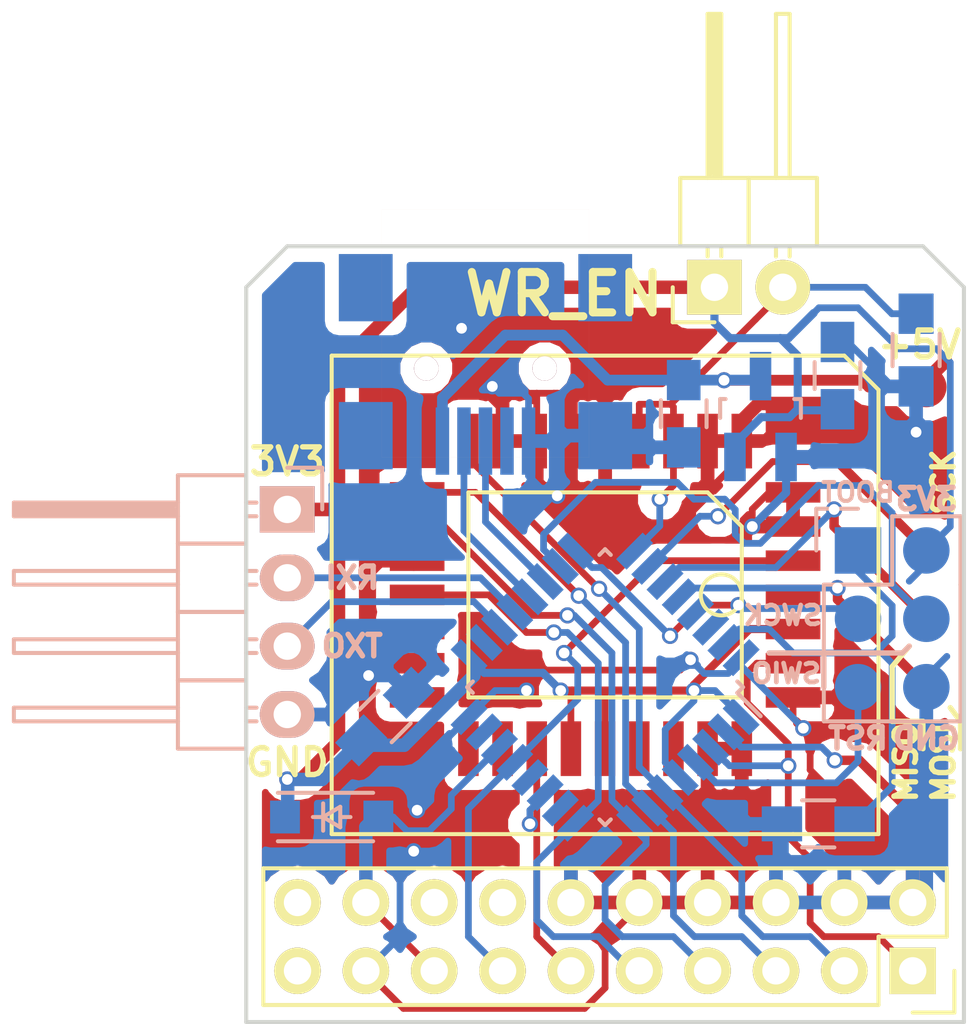
<source format=kicad_pcb>
(kicad_pcb (version 20171130) (host pcbnew "(5.1.12)-1")

  (general
    (thickness 1.6)
    (drawings 30)
    (tracks 462)
    (zones 0)
    (modules 19)
    (nets 25)
  )

  (page A4)
  (layers
    (0 F.Cu signal)
    (31 B.Cu signal)
    (32 B.Adhes user hide)
    (33 F.Adhes user hide)
    (34 B.Paste user hide)
    (35 F.Paste user hide)
    (36 B.SilkS user)
    (37 F.SilkS user)
    (38 B.Mask user)
    (39 F.Mask user)
    (40 Dwgs.User user)
    (41 Cmts.User user)
    (42 Eco1.User user)
    (43 Eco2.User user hide)
    (44 Edge.Cuts user)
    (45 Margin user)
    (46 B.CrtYd user hide)
    (47 F.CrtYd user)
    (48 B.Fab user)
    (49 F.Fab user hide)
  )

  (setup
    (last_trace_width 0.25)
    (user_trace_width 0.5)
    (trace_clearance 0.18)
    (zone_clearance 0.508)
    (zone_45_only no)
    (trace_min 0.2)
    (via_size 0.6)
    (via_drill 0.4)
    (via_min_size 0.4)
    (via_min_drill 0.3)
    (uvia_size 0.3)
    (uvia_drill 0.1)
    (uvias_allowed no)
    (uvia_min_size 0.2)
    (uvia_min_drill 0.1)
    (edge_width 0.15)
    (segment_width 0.2)
    (pcb_text_width 0.3)
    (pcb_text_size 1.5 1.5)
    (mod_edge_width 0.15)
    (mod_text_size 1 1)
    (mod_text_width 0.15)
    (pad_size 1.524 1.524)
    (pad_drill 0.762)
    (pad_to_mask_clearance 0.2)
    (aux_axis_origin 0 0)
    (visible_elements 7FFFFFFF)
    (pcbplotparams
      (layerselection 0x010f0_80000001)
      (usegerberextensions false)
      (usegerberattributes true)
      (usegerberadvancedattributes true)
      (creategerberjobfile true)
      (excludeedgelayer true)
      (linewidth 0.100000)
      (plotframeref false)
      (viasonmask false)
      (mode 1)
      (useauxorigin false)
      (hpglpennumber 1)
      (hpglpenspeed 20)
      (hpglpendiameter 15.000000)
      (psnegative false)
      (psa4output false)
      (plotreference true)
      (plotvalue true)
      (plotinvisibletext false)
      (padsonsilk false)
      (subtractmaskfromsilk true)
      (outputformat 1)
      (mirror false)
      (drillshape 0)
      (scaleselection 1)
      (outputdirectory "gerb/"))
  )

  (net 0 "")
  (net 1 VCC)
  (net 2 GND)
  (net 3 /D0)
  (net 4 /D1)
  (net 5 /D2)
  (net 6 /D3)
  (net 7 /~RST)
  (net 8 /~WP)
  (net 9 /CLK)
  (net 10 /~LFRAME)
  (net 11 /MISO)
  (net 12 /SCK)
  (net 13 /MOSI)
  (net 14 /RXD)
  (net 15 /TXD)
  (net 16 /~SRST)
  (net 17 /D+)
  (net 18 /D-)
  (net 19 /BOOT0)
  (net 20 /SWCLK)
  (net 21 /SWDIO)
  (net 22 /3V3IN)
  (net 23 /VBUS)
  (net 24 /SPIOE)

  (net_class Default "This is the default net class."
    (clearance 0.18)
    (trace_width 0.25)
    (via_dia 0.6)
    (via_drill 0.4)
    (uvia_dia 0.3)
    (uvia_drill 0.1)
    (add_net /3V3IN)
    (add_net /BOOT0)
    (add_net /CLK)
    (add_net /D+)
    (add_net /D-)
    (add_net /D0)
    (add_net /D1)
    (add_net /D2)
    (add_net /D3)
    (add_net /MISO)
    (add_net /MOSI)
    (add_net /RXD)
    (add_net /SCK)
    (add_net /SPIOE)
    (add_net /SWCLK)
    (add_net /SWDIO)
    (add_net /TXD)
    (add_net /VBUS)
    (add_net /~LFRAME)
    (add_net /~RST)
    (add_net /~SRST)
    (add_net /~WP)
    (add_net GND)
    (add_net VCC)
  )

  (module Housings_QFP:LQFP-32_7x7mm_Pitch0.8mm (layer B.Cu) (tedit 563F8CC5) (tstamp 563EDC28)
    (at 148.59 110.109 135)
    (descr "LQFP32: plastic low profile quad flat package; 32 leads; body 7 x 7 x 1.4 mm (see NXP sot358-1_po.pdf and sot358-1_fr.pdf)")
    (tags "QFP 0.8")
    (path /563ED896)
    (attr smd)
    (fp_text reference U2 (at 0 5.85 135) (layer B.SilkS) hide
      (effects (font (size 1 1) (thickness 0.15)) (justify mirror))
    )
    (fp_text value STM32F042Kx (at 0 -5.85 135) (layer B.Fab) hide
      (effects (font (size 1 1) (thickness 0.15)) (justify mirror))
    )
    (fp_line (start -3.625 3.325) (end -4.85 3.325) (layer B.SilkS) (width 0.15))
    (fp_line (start 3.625 3.625) (end 3.325 3.625) (layer B.SilkS) (width 0.15))
    (fp_line (start 3.625 -3.625) (end 3.325 -3.625) (layer B.SilkS) (width 0.15))
    (fp_line (start -3.625 -3.625) (end -3.325 -3.625) (layer B.SilkS) (width 0.15))
    (fp_line (start -3.625 3.625) (end -3.325 3.625) (layer B.SilkS) (width 0.15))
    (fp_line (start -3.625 -3.625) (end -3.625 -3.325) (layer B.SilkS) (width 0.15))
    (fp_line (start 3.625 -3.625) (end 3.625 -3.325) (layer B.SilkS) (width 0.15))
    (fp_line (start 3.625 3.625) (end 3.625 3.325) (layer B.SilkS) (width 0.15))
    (fp_line (start -3.625 3.625) (end -3.625 3.325) (layer B.SilkS) (width 0.15))
    (fp_line (start -5.1 -5.1) (end 5.1 -5.1) (layer B.CrtYd) (width 0.05))
    (fp_line (start -5.1 5.1) (end 5.1 5.1) (layer B.CrtYd) (width 0.05))
    (fp_line (start 5.1 5.1) (end 5.1 -5.1) (layer B.CrtYd) (width 0.05))
    (fp_line (start -5.1 5.1) (end -5.1 -5.1) (layer B.CrtYd) (width 0.05))
    (pad 1 smd rect (at -4.35 2.8 135) (size 1.4 0.55) (layers B.Cu B.Paste B.Mask)
      (net 1 VCC))
    (pad 8 smd rect (at -4.35 -2.8 135) (size 1.4 0.55) (layers B.Cu B.Paste B.Mask)
      (net 5 /D2))
    (pad 9 smd rect (at -2.8 -4.35 45) (size 1.4 0.55) (layers B.Cu B.Paste B.Mask)
      (net 6 /D3))
    (pad 16 smd rect (at 2.8 -4.35 45) (size 1.4 0.55) (layers B.Cu B.Paste B.Mask)
      (net 2 GND))
    (pad 17 smd rect (at 4.35 -2.8 135) (size 1.4 0.55) (layers B.Cu B.Paste B.Mask)
      (net 1 VCC))
    (pad 24 smd rect (at 4.35 2.8 135) (size 1.4 0.55) (layers B.Cu B.Paste B.Mask)
      (net 20 /SWCLK))
    (pad 25 smd rect (at 2.8 4.35 45) (size 1.4 0.55) (layers B.Cu B.Paste B.Mask)
      (net 8 /~WP))
    (pad 32 smd rect (at -2.8 4.35 45) (size 1.4 0.55) (layers B.Cu B.Paste B.Mask)
      (net 2 GND))
    (pad 2 smd rect (at -4.35 2 135) (size 1.4 0.55) (layers B.Cu B.Paste B.Mask)
      (net 24 /SPIOE))
    (pad 3 smd rect (at -4.35 1.2 135) (size 1.4 0.55) (layers B.Cu B.Paste B.Mask)
      (net 9 /CLK))
    (pad 4 smd rect (at -4.35 0.4 135) (size 1.4 0.55) (layers B.Cu B.Paste B.Mask)
      (net 16 /~SRST))
    (pad 5 smd rect (at -4.35 -0.4 135) (size 1.4 0.55) (layers B.Cu B.Paste B.Mask)
      (net 1 VCC))
    (pad 6 smd rect (at -4.35 -1.2 135) (size 1.4 0.55) (layers B.Cu B.Paste B.Mask)
      (net 3 /D0))
    (pad 7 smd rect (at -4.35 -2 135) (size 1.4 0.55) (layers B.Cu B.Paste B.Mask)
      (net 4 /D1))
    (pad 10 smd rect (at -2 -4.35 45) (size 1.4 0.55) (layers B.Cu B.Paste B.Mask))
    (pad 11 smd rect (at -1.2 -4.35 45) (size 1.4 0.55) (layers B.Cu B.Paste B.Mask)
      (net 10 /~LFRAME))
    (pad 12 smd rect (at -0.4 -4.35 45) (size 1.4 0.55) (layers B.Cu B.Paste B.Mask))
    (pad 13 smd rect (at 0.4 -4.35 45) (size 1.4 0.55) (layers B.Cu B.Paste B.Mask)
      (net 7 /~RST))
    (pad 14 smd rect (at 1.2 -4.35 45) (size 1.4 0.55) (layers B.Cu B.Paste B.Mask)
      (net 22 /3V3IN))
    (pad 15 smd rect (at 2 -4.35 45) (size 1.4 0.55) (layers B.Cu B.Paste B.Mask))
    (pad 18 smd rect (at 4.35 -2 135) (size 1.4 0.55) (layers B.Cu B.Paste B.Mask))
    (pad 19 smd rect (at 4.35 -1.2 135) (size 1.4 0.55) (layers B.Cu B.Paste B.Mask)
      (net 15 /TXD))
    (pad 20 smd rect (at 4.35 -0.4 135) (size 1.4 0.55) (layers B.Cu B.Paste B.Mask)
      (net 14 /RXD))
    (pad 21 smd rect (at 4.35 0.4 135) (size 1.4 0.55) (layers B.Cu B.Paste B.Mask)
      (net 18 /D-))
    (pad 22 smd rect (at 4.35 1.2 135) (size 1.4 0.55) (layers B.Cu B.Paste B.Mask)
      (net 17 /D+))
    (pad 23 smd rect (at 4.35 2 135) (size 1.4 0.55) (layers B.Cu B.Paste B.Mask)
      (net 21 /SWDIO))
    (pad 26 smd rect (at 2 4.35 45) (size 1.4 0.55) (layers B.Cu B.Paste B.Mask)
      (net 12 /SCK))
    (pad 27 smd rect (at 1.2 4.35 45) (size 1.4 0.55) (layers B.Cu B.Paste B.Mask)
      (net 11 /MISO))
    (pad 28 smd rect (at 0.4 4.35 45) (size 1.4 0.55) (layers B.Cu B.Paste B.Mask)
      (net 13 /MOSI))
    (pad 29 smd rect (at -0.4 4.35 45) (size 1.4 0.55) (layers B.Cu B.Paste B.Mask))
    (pad 30 smd rect (at -1.2 4.35 45) (size 1.4 0.55) (layers B.Cu B.Paste B.Mask))
    (pad 31 smd rect (at -2 4.35 45) (size 1.4 0.55) (layers B.Cu B.Paste B.Mask)
      (net 19 /BOOT0))
    (model Housings_QFP.3dshapes/LQFP-32_7x7mm_Pitch0.8mm.wrl
      (at (xyz 0 0 0))
      (scale (xyz 1 1 1))
      (rotate (xyz 0 0 0))
    )
  )

  (module Resistors_SMD:R_0805_HandSoldering (layer B.Cu) (tedit 56395E37) (tstamp 56392A03)
    (at 156.511 115.189 180)
    (descr "Resistor SMD 0805, hand soldering")
    (tags "resistor 0805")
    (path /563F3385)
    (attr smd)
    (fp_text reference R2 (at 0 2.1 180) (layer B.SilkS) hide
      (effects (font (size 1 1) (thickness 0.15)) (justify mirror))
    )
    (fp_text value 4k7 (at 0 -2.1 180) (layer B.Fab) hide
      (effects (font (size 1 1) (thickness 0.15)) (justify mirror))
    )
    (fp_line (start -0.6 0.875) (end 0.6 0.875) (layer B.SilkS) (width 0.15))
    (fp_line (start 0.6 -0.875) (end -0.6 -0.875) (layer B.SilkS) (width 0.15))
    (fp_line (start 2.4 1) (end 2.4 -1) (layer B.CrtYd) (width 0.05))
    (fp_line (start -2.4 1) (end -2.4 -1) (layer B.CrtYd) (width 0.05))
    (fp_line (start -2.4 -1) (end 2.4 -1) (layer B.CrtYd) (width 0.05))
    (fp_line (start -2.4 1) (end 2.4 1) (layer B.CrtYd) (width 0.05))
    (pad 1 smd rect (at -1.35 0 180) (size 1.5 1.3) (layers B.Cu B.Paste B.Mask)
      (net 19 /BOOT0))
    (pad 2 smd rect (at 1.35 0 180) (size 1.5 1.3) (layers B.Cu B.Paste B.Mask)
      (net 2 GND))
    (model Resistors_SMD.3dshapes/R_0805_HandSoldering.wrl
      (at (xyz 0 0 0))
      (scale (xyz 1 1 1))
      (rotate (xyz 0 0 0))
    )
  )

  (module SMD_Packages:PLCC-32 (layer F.Cu) (tedit 563907DD) (tstamp 5638F031)
    (at 148.59 106.68 270)
    (descr "Support CMS Plcc 32 pins")
    (tags "CMS Plcc")
    (path /5638B5AA)
    (attr smd)
    (fp_text reference U1 (at -10.414 0) (layer F.SilkS) hide
      (effects (font (size 1 1) (thickness 0.15)))
    )
    (fp_text value Pm49FL004 (at 10.16 0) (layer F.Fab) hide
      (effects (font (size 1 1) (thickness 0.15)))
    )
    (fp_line (start 8.89 -10.16) (end 8.89 -6.985) (layer F.SilkS) (width 0.15))
    (fp_line (start -7.62 -10.16) (end 8.89 -10.16) (layer F.SilkS) (width 0.15))
    (fp_line (start -8.89 -8.89) (end -7.62 -10.16) (layer F.SilkS) (width 0.15))
    (fp_line (start -8.89 10.16) (end -8.89 -8.89) (layer F.SilkS) (width 0.15))
    (fp_line (start 8.89 10.16) (end -8.89 10.16) (layer F.SilkS) (width 0.15))
    (fp_line (start 8.89 -6.985) (end 8.89 10.16) (layer F.SilkS) (width 0.15))
    (fp_line (start 3.81 5.08) (end 3.81 -5.08) (layer F.SilkS) (width 0.15))
    (fp_line (start -3.81 5.08) (end 3.81 5.08) (layer F.SilkS) (width 0.15))
    (fp_line (start -3.81 -3.81) (end -3.81 5.08) (layer F.SilkS) (width 0.15))
    (fp_line (start -2.54 -5.08) (end -3.81 -3.81) (layer F.SilkS) (width 0.15))
    (fp_line (start 3.81 -5.08) (end -2.54 -5.08) (layer F.SilkS) (width 0.15))
    (fp_circle (center 0 -4.318) (end 0 -5.08) (layer F.SilkS) (width 0.15))
    (pad 1 smd rect (at 0 -6.985 270) (size 0.762 2.032) (layers F.Cu F.Paste F.Mask))
    (pad 2 smd rect (at -1.27 -6.985 270) (size 0.762 2.032) (layers F.Cu F.Paste F.Mask)
      (net 7 /~RST))
    (pad 3 smd rect (at -2.54 -6.985 270) (size 0.762 2.032) (layers F.Cu F.Paste F.Mask)
      (net 2 GND))
    (pad 4 smd rect (at -3.81 -6.985 270) (size 0.762 2.032) (layers F.Cu F.Paste F.Mask)
      (net 2 GND))
    (pad 5 smd rect (at -5.715 -5.08 270) (size 2.032 0.762) (layers F.Cu F.Paste F.Mask)
      (net 2 GND))
    (pad 6 smd rect (at -5.715 -3.81 270) (size 2.032 0.762) (layers F.Cu F.Paste F.Mask)
      (net 2 GND))
    (pad 7 smd rect (at -5.715 -2.54 270) (size 2.032 0.762) (layers F.Cu F.Paste F.Mask)
      (net 8 /~WP))
    (pad 8 smd rect (at -5.715 -1.27 270) (size 2.032 0.762) (layers F.Cu F.Paste F.Mask)
      (net 8 /~WP))
    (pad 9 smd rect (at -5.715 0 270) (size 2.032 0.762) (layers F.Cu F.Paste F.Mask)
      (net 2 GND))
    (pad 10 smd rect (at -5.715 1.27 270) (size 2.032 0.762) (layers F.Cu F.Paste F.Mask)
      (net 2 GND))
    (pad 11 smd rect (at -5.715 2.54 270) (size 2.032 0.762) (layers F.Cu F.Paste F.Mask)
      (net 2 GND))
    (pad 12 smd rect (at -5.715 3.81 270) (size 2.032 0.762) (layers F.Cu F.Paste F.Mask)
      (net 2 GND))
    (pad 13 smd rect (at -5.715 5.08 270) (size 2.032 0.762) (layers F.Cu F.Paste F.Mask)
      (net 3 /D0))
    (pad 14 smd rect (at -3.81 6.985 270) (size 0.762 2.032) (layers F.Cu F.Paste F.Mask)
      (net 4 /D1))
    (pad 15 smd rect (at -2.54 6.985 270) (size 0.762 2.032) (layers F.Cu F.Paste F.Mask)
      (net 5 /D2))
    (pad 16 smd rect (at -1.27 6.985 270) (size 0.762 2.032) (layers F.Cu F.Paste F.Mask)
      (net 2 GND))
    (pad 17 smd rect (at 0 6.985 270) (size 0.762 2.032) (layers F.Cu F.Paste F.Mask)
      (net 6 /D3))
    (pad 18 smd rect (at 1.27 6.985 270) (size 0.762 2.032) (layers F.Cu F.Paste F.Mask))
    (pad 19 smd rect (at 2.54 6.985 270) (size 0.762 2.032) (layers F.Cu F.Paste F.Mask))
    (pad 20 smd rect (at 3.81 6.985 270) (size 0.762 2.032) (layers F.Cu F.Paste F.Mask))
    (pad 21 smd rect (at 5.715 5.08 270) (size 2.032 0.762) (layers F.Cu F.Paste F.Mask))
    (pad 22 smd rect (at 5.715 3.81 270) (size 2.032 0.762) (layers F.Cu F.Paste F.Mask))
    (pad 23 smd rect (at 5.715 2.54 270) (size 2.032 0.762) (layers F.Cu F.Paste F.Mask)
      (net 10 /~LFRAME))
    (pad 24 smd rect (at 5.715 1.27 270) (size 2.032 0.762) (layers F.Cu F.Paste F.Mask)
      (net 1 VCC))
    (pad 25 smd rect (at 5.715 0 270) (size 2.032 0.762) (layers F.Cu F.Paste F.Mask)
      (net 1 VCC))
    (pad 26 smd rect (at 5.715 -1.27 270) (size 2.032 0.762) (layers F.Cu F.Paste F.Mask))
    (pad 27 smd rect (at 5.715 -2.54 270) (size 2.032 0.762) (layers F.Cu F.Paste F.Mask))
    (pad 28 smd rect (at 5.715 -3.81 270) (size 2.032 0.762) (layers F.Cu F.Paste F.Mask)
      (net 2 GND))
    (pad 29 smd rect (at 5.715 -5.08 270) (size 2.032 0.762) (layers F.Cu F.Paste F.Mask)
      (net 2 GND))
    (pad 30 smd rect (at 3.81 -6.985 270) (size 0.762 2.032) (layers F.Cu F.Paste F.Mask)
      (net 2 GND))
    (pad 31 smd rect (at 2.54 -6.985 270) (size 0.762 2.032) (layers F.Cu F.Paste F.Mask)
      (net 9 /CLK))
    (pad 32 smd rect (at 1.27 -6.985 270) (size 0.762 2.032) (layers F.Cu F.Paste F.Mask)
      (net 1 VCC))
  )

  (module kicad-libraries:TSTPT (layer F.Cu) (tedit 5639B322) (tstamp 5639B24B)
    (at 160.528 107.569)
    (path /5639B29C)
    (attr smd)
    (fp_text reference P5 (at 0 -0.3) (layer F.SilkS) hide
      (effects (font (size 0.127 0.127) (thickness 0.03175)))
    )
    (fp_text value CONN_01X01 (at 0 0) (layer F.SilkS) hide
      (effects (font (size 0.127 0.127) (thickness 0.03175)))
    )
    (pad 1 smd circle (at 0 0) (size 1.6 1.6) (layers F.Cu F.Paste F.Mask)
      (net 11 /MISO))
  )

  (module kicad-libraries:TSTPT (layer F.Cu) (tedit 5639B305) (tstamp 56396D9D)
    (at 160.528 110.109)
    (path /5639989E)
    (attr smd)
    (fp_text reference P4 (at 0 -0.3) (layer F.SilkS) hide
      (effects (font (size 0.127 0.127) (thickness 0.03175)))
    )
    (fp_text value CONN_01X01 (at 0 0) (layer F.SilkS) hide
      (effects (font (size 0.127 0.127) (thickness 0.03175)))
    )
    (pad 1 smd circle (at 0 0) (size 1.6 1.6) (layers F.Cu F.Paste F.Mask)
      (net 13 /MOSI))
  )

  (module kicad-libraries:TSTPT (layer F.Cu) (tedit 5639B2E3) (tstamp 5639B250)
    (at 160.528 105.029)
    (path /5639B39A)
    (attr smd)
    (fp_text reference P6 (at 0 -0.3) (layer F.SilkS) hide
      (effects (font (size 0.127 0.127) (thickness 0.03175)))
    )
    (fp_text value CONN_01X01 (at 0 0) (layer F.SilkS) hide
      (effects (font (size 0.127 0.127) (thickness 0.03175)))
    )
    (pad 1 smd circle (at 0 0) (size 1.6 1.6) (layers F.Cu F.Paste F.Mask)
      (net 12 /SCK))
  )

  (module Diodes_SMD:SOD-123 (layer B.Cu) (tedit 56398AEA) (tstamp 563929E1)
    (at 138.43 114.935)
    (descr SOD-123)
    (tags SOD-123)
    (path /56392D58)
    (attr smd)
    (fp_text reference D1 (at 0 2) (layer B.SilkS) hide
      (effects (font (size 1 1) (thickness 0.15)) (justify mirror))
    )
    (fp_text value D_Schottky_Small (at 0 -2.1) (layer B.Fab) hide
      (effects (font (size 1 1) (thickness 0.15)) (justify mirror))
    )
    (fp_line (start -2 0.9) (end 1.54 0.9) (layer B.SilkS) (width 0.15))
    (fp_line (start -2 -0.9) (end 1.54 -0.9) (layer B.SilkS) (width 0.15))
    (fp_line (start -2.25 1.05) (end -2.25 -1.05) (layer B.CrtYd) (width 0.05))
    (fp_line (start 2.25 -1.05) (end -2.25 -1.05) (layer B.CrtYd) (width 0.05))
    (fp_line (start 2.25 1.05) (end 2.25 -1.05) (layer B.CrtYd) (width 0.05))
    (fp_line (start -2.25 1.05) (end 2.25 1.05) (layer B.CrtYd) (width 0.05))
    (fp_line (start -0.3175 0.508) (end -0.3175 -0.508) (layer B.SilkS) (width 0.15))
    (fp_line (start 0.3175 -0.381) (end -0.3175 0) (layer B.SilkS) (width 0.15))
    (fp_line (start 0.3175 0.381) (end 0.3175 -0.381) (layer B.SilkS) (width 0.15))
    (fp_line (start -0.3175 0) (end 0.3175 0.381) (layer B.SilkS) (width 0.15))
    (fp_line (start -0.6985 0) (end -0.3175 0) (layer B.SilkS) (width 0.15))
    (fp_line (start 0.3175 0) (end 0.6985 0) (layer B.SilkS) (width 0.15))
    (pad 1 smd rect (at -1.735 0) (size 1.11 1.22) (layers B.Cu B.Paste B.Mask)
      (net 1 VCC))
    (pad 2 smd rect (at 1.735 0) (size 1.11 1.22) (layers B.Cu B.Paste B.Mask)
      (net 22 /3V3IN))
  )

  (module kicad-libraries:USB-MINI-B-SMD (layer B.Cu) (tedit 563988BC) (tstamp 563929F8)
    (at 144.145 93.01386 180)
    (path /56391EEB)
    (attr smd)
    (fp_text reference P3 (at -0.0891 -2.275 180) (layer B.SilkS) hide
      (effects (font (size 0.29972 0.29972) (thickness 0.07493)) (justify mirror))
    )
    (fp_text value USB_OTG (at -0.0891 -4.075 180) (layer B.SilkS) hide
      (effects (font (size 0.29972 0.29972) (thickness 0.07493)) (justify mirror))
    )
    (fp_line (start -3.85064 -8.54964) (end -3.85064 0.65024) (layer B.SilkS) (width 0.001))
    (fp_line (start 3.85064 -8.54964) (end -3.85064 -8.54964) (layer B.SilkS) (width 0.001))
    (fp_line (start 3.85064 0.65024) (end 3.85064 -8.54964) (layer B.SilkS) (width 0.001))
    (fp_line (start -3.85064 0.65024) (end 3.85064 0.65024) (layer B.SilkS) (width 0.001))
    (pad "" smd rect (at 4.45008 -2.25044 180) (size 1.99898 2.49936) (layers B.Cu B.Paste B.Mask)
      (clearance 0.14986))
    (pad "" smd rect (at 4.45008 -7.74954 180) (size 1.99898 2.49936) (layers B.Cu B.Paste B.Mask))
    (pad 6 smd rect (at -4.45008 -7.74954 180) (size 1.99898 2.49936) (layers B.Cu B.Paste B.Mask)
      (net 2 GND))
    (pad "" smd rect (at -4.45008 -2.25044 180) (size 1.99898 2.49936) (layers B.Cu B.Paste B.Mask))
    (pad "" thru_hole circle (at 2.19964 -5.25018 180) (size 0.90932 0.90932) (drill 0.89916) (layers *.Cu *.Mask B.SilkS)
      (clearance 0.14986))
    (pad "" thru_hole circle (at -2.19964 -5.25018 180) (size 0.90932 0.90932) (drill 0.89916) (layers *.Cu *.Mask B.SilkS)
      (clearance 0.14986))
    (pad 5 smd rect (at -1.6002 -7.95114 180) (size 0.50038 2.50124) (layers B.Cu B.Paste B.Mask)
      (net 2 GND) (clearance 0.14986))
    (pad 4 smd rect (at -0.8001 -7.95114 180) (size 0.50038 2.50124) (layers B.Cu B.Paste B.Mask)
      (clearance 0.14986))
    (pad 3 smd rect (at 0 -7.95114 180) (size 0.50038 2.50124) (layers B.Cu B.Paste B.Mask)
      (net 17 /D+) (clearance 0.14986))
    (pad 2 smd rect (at 0.8001 -7.95114 180) (size 0.50038 2.50124) (layers B.Cu B.Paste B.Mask)
      (net 18 /D-) (clearance 0.14986))
    (pad 1 smd rect (at 1.6002 -7.95114 180) (size 0.50038 2.50124) (layers B.Cu B.Paste B.Mask)
      (net 23 /VBUS) (clearance 0.14986))
  )

  (module Socket_Strips:Socket_Strip_Straight_2x03 (layer B.Cu) (tedit 56395DA5) (tstamp 563929DB)
    (at 157.988 105.029 270)
    (descr "Through hole socket strip")
    (tags "socket strip")
    (path /5639450A)
    (fp_text reference CON1 (at 0 5.1 270) (layer B.SilkS) hide
      (effects (font (size 1 1) (thickness 0.15)) (justify mirror))
    )
    (fp_text value SWD_BOOT_CS-6 (at 0 3.1 270) (layer B.Fab) hide
      (effects (font (size 1 1) (thickness 0.15)) (justify mirror))
    )
    (fp_line (start 1.27 -3.81) (end -1.27 -3.81) (layer B.SilkS) (width 0.15))
    (fp_line (start -1.27 -3.81) (end -1.27 -1.27) (layer B.SilkS) (width 0.15))
    (fp_line (start -1.55 1.55) (end -1.55 0) (layer B.SilkS) (width 0.15))
    (fp_line (start 6.35 -3.81) (end 1.27 -3.81) (layer B.SilkS) (width 0.15))
    (fp_line (start 6.35 1.27) (end 6.35 -3.81) (layer B.SilkS) (width 0.15))
    (fp_line (start 1.27 -1.27) (end 1.27 1.27) (layer B.SilkS) (width 0.15))
    (fp_line (start -1.27 -1.27) (end 1.27 -1.27) (layer B.SilkS) (width 0.15))
    (fp_line (start -1.75 -4.3) (end 6.85 -4.3) (layer B.CrtYd) (width 0.05))
    (fp_line (start -1.75 1.75) (end 6.85 1.75) (layer B.CrtYd) (width 0.05))
    (fp_line (start 6.85 1.75) (end 6.85 -4.3) (layer B.CrtYd) (width 0.05))
    (fp_line (start -1.75 1.75) (end -1.75 -4.3) (layer B.CrtYd) (width 0.05))
    (fp_line (start -1.55 1.55) (end 0 1.55) (layer B.SilkS) (width 0.15))
    (fp_line (start 6.35 1.27) (end 1.27 1.27) (layer B.SilkS) (width 0.15))
    (pad 1 smd rect (at 0 0 270) (size 1.7272 1.7272) (layers B.Cu B.Paste B.Mask)
      (net 19 /BOOT0))
    (pad 2 smd oval (at 0 -2.54 270) (size 1.7272 1.7272) (layers B.Cu B.Paste B.Mask)
      (net 1 VCC))
    (pad 3 smd oval (at 2.54 0 270) (size 1.7272 1.7272) (layers B.Cu B.Paste B.Mask)
      (net 20 /SWCLK))
    (pad 4 smd oval (at 2.54 -2.54 270) (size 1.7272 1.7272) (layers B.Cu B.Paste B.Mask)
      (net 21 /SWDIO))
    (pad 5 smd oval (at 5.08 0 270) (size 1.7272 1.7272) (layers B.Cu B.Paste B.Mask)
      (net 16 /~SRST))
    (pad 6 smd oval (at 5.08 -2.54 270) (size 1.7272 1.7272) (layers B.Cu B.Paste B.Mask)
      (net 2 GND))
  )

  (module Pin_Headers:Pin_Header_Angled_1x02 (layer F.Cu) (tedit 563907D2) (tstamp 5638F52D)
    (at 152.654 95.25 90)
    (descr "Through hole pin header")
    (tags "pin header")
    (path /5638BA11)
    (fp_text reference JP1 (at 0 -5.1 90) (layer F.SilkS) hide
      (effects (font (size 1 1) (thickness 0.15)))
    )
    (fp_text value JUMPER (at 0 -3.1 90) (layer F.Fab) hide
      (effects (font (size 1 1) (thickness 0.15)))
    )
    (fp_line (start 1.524 -1.27) (end 1.524 1.27) (layer F.SilkS) (width 0.15))
    (fp_line (start 1.524 1.27) (end 4.064 1.27) (layer F.SilkS) (width 0.15))
    (fp_line (start 4.064 -0.254) (end 10.16 -0.254) (layer F.SilkS) (width 0.15))
    (fp_line (start 10.16 -0.254) (end 10.16 0.254) (layer F.SilkS) (width 0.15))
    (fp_line (start 10.16 0.254) (end 4.064 0.254) (layer F.SilkS) (width 0.15))
    (fp_line (start 4.064 1.27) (end 4.064 -1.27) (layer F.SilkS) (width 0.15))
    (fp_line (start 4.064 3.81) (end 4.064 1.27) (layer F.SilkS) (width 0.15))
    (fp_line (start 10.16 2.794) (end 4.064 2.794) (layer F.SilkS) (width 0.15))
    (fp_line (start 10.16 2.286) (end 10.16 2.794) (layer F.SilkS) (width 0.15))
    (fp_line (start 4.064 2.286) (end 10.16 2.286) (layer F.SilkS) (width 0.15))
    (fp_line (start 1.524 3.81) (end 4.064 3.81) (layer F.SilkS) (width 0.15))
    (fp_line (start 1.524 1.27) (end 1.524 3.81) (layer F.SilkS) (width 0.15))
    (fp_line (start 1.524 1.27) (end 4.064 1.27) (layer F.SilkS) (width 0.15))
    (fp_line (start 1.524 -1.27) (end 4.064 -1.27) (layer F.SilkS) (width 0.15))
    (fp_line (start 1.524 2.794) (end 1.143 2.794) (layer F.SilkS) (width 0.15))
    (fp_line (start 1.524 2.286) (end 1.143 2.286) (layer F.SilkS) (width 0.15))
    (fp_line (start 1.524 0.254) (end 1.143 0.254) (layer F.SilkS) (width 0.15))
    (fp_line (start 1.524 -0.254) (end 1.143 -0.254) (layer F.SilkS) (width 0.15))
    (fp_line (start 4.191 0) (end 10.033 0) (layer F.SilkS) (width 0.15))
    (fp_line (start 4.191 0.127) (end 4.191 0) (layer F.SilkS) (width 0.15))
    (fp_line (start 10.033 0.127) (end 4.191 0.127) (layer F.SilkS) (width 0.15))
    (fp_line (start 10.033 -0.127) (end 10.033 0.127) (layer F.SilkS) (width 0.15))
    (fp_line (start 4.191 -0.127) (end 10.033 -0.127) (layer F.SilkS) (width 0.15))
    (fp_line (start 0 -1.55) (end -1.3 -1.55) (layer F.SilkS) (width 0.15))
    (fp_line (start -1.3 -1.55) (end -1.3 0) (layer F.SilkS) (width 0.15))
    (fp_line (start -1.5 4.3) (end 10.65 4.3) (layer F.CrtYd) (width 0.05))
    (fp_line (start -1.5 -1.75) (end 10.65 -1.75) (layer F.CrtYd) (width 0.05))
    (fp_line (start 10.65 -1.75) (end 10.65 4.3) (layer F.CrtYd) (width 0.05))
    (fp_line (start -1.5 -1.75) (end -1.5 4.3) (layer F.CrtYd) (width 0.05))
    (pad 1 thru_hole rect (at 0 0 90) (size 2.032 2.032) (drill 1.016) (layers *.Cu *.Mask F.SilkS)
      (net 1 VCC))
    (pad 2 thru_hole oval (at 0 2.54 90) (size 2.032 2.032) (drill 1.016) (layers *.Cu *.Mask F.SilkS)
      (net 8 /~WP))
    (model Pin_Headers.3dshapes/Pin_Header_Angled_1x02.wrl
      (offset (xyz 0 -1.269999980926514 0))
      (scale (xyz 1 1 1))
      (rotate (xyz 0 0 90))
    )
  )

  (module Socket_Strips:Socket_Strip_Straight_2x10 (layer F.Cu) (tedit 563907E3) (tstamp 5638F532)
    (at 160.02 120.65 180)
    (descr "Through hole socket strip")
    (tags "socket strip")
    (path /5638B5C2)
    (fp_text reference P1 (at 0 -5.1 180) (layer F.SilkS) hide
      (effects (font (size 1 1) (thickness 0.15)))
    )
    (fp_text value CONN_02X10 (at 0 -3.1 180) (layer F.Fab) hide
      (effects (font (size 1 1) (thickness 0.15)))
    )
    (fp_line (start -1.55 -1.55) (end -1.55 0) (layer F.SilkS) (width 0.15))
    (fp_line (start 1.27 1.27) (end 1.27 -1.27) (layer F.SilkS) (width 0.15))
    (fp_line (start -1.27 1.27) (end 1.27 1.27) (layer F.SilkS) (width 0.15))
    (fp_line (start 0 -1.55) (end -1.55 -1.55) (layer F.SilkS) (width 0.15))
    (fp_line (start -1.27 3.81) (end -1.27 1.27) (layer F.SilkS) (width 0.15))
    (fp_line (start 24.13 3.81) (end 24.13 -1.27) (layer F.SilkS) (width 0.15))
    (fp_line (start 1.27 -1.27) (end 24.13 -1.27) (layer F.SilkS) (width 0.15))
    (fp_line (start 24.13 3.81) (end -1.27 3.81) (layer F.SilkS) (width 0.15))
    (fp_line (start -1.75 4.3) (end 24.65 4.3) (layer F.CrtYd) (width 0.05))
    (fp_line (start -1.75 -1.75) (end 24.65 -1.75) (layer F.CrtYd) (width 0.05))
    (fp_line (start 24.65 -1.75) (end 24.65 4.3) (layer F.CrtYd) (width 0.05))
    (fp_line (start -1.75 -1.75) (end -1.75 4.3) (layer F.CrtYd) (width 0.05))
    (pad 1 thru_hole rect (at 0 0 180) (size 1.7272 1.7272) (drill 1.016) (layers *.Cu *.Mask F.SilkS)
      (net 9 /CLK))
    (pad 2 thru_hole oval (at 0 2.54 180) (size 1.7272 1.7272) (drill 1.016) (layers *.Cu *.Mask F.SilkS)
      (net 2 GND))
    (pad 3 thru_hole oval (at 2.54 0 180) (size 1.7272 1.7272) (drill 1.016) (layers *.Cu *.Mask F.SilkS)
      (net 3 /D0))
    (pad 4 thru_hole oval (at 2.54 2.54 180) (size 1.7272 1.7272) (drill 1.016) (layers *.Cu *.Mask F.SilkS)
      (net 2 GND))
    (pad 5 thru_hole oval (at 5.08 0 180) (size 1.7272 1.7272) (drill 1.016) (layers *.Cu *.Mask F.SilkS)
      (net 4 /D1))
    (pad 6 thru_hole oval (at 5.08 2.54 180) (size 1.7272 1.7272) (drill 1.016) (layers *.Cu *.Mask F.SilkS)
      (net 2 GND))
    (pad 7 thru_hole oval (at 7.62 0 180) (size 1.7272 1.7272) (drill 1.016) (layers *.Cu *.Mask F.SilkS)
      (net 5 /D2))
    (pad 8 thru_hole oval (at 7.62 2.54 180) (size 1.7272 1.7272) (drill 1.016) (layers *.Cu *.Mask F.SilkS)
      (net 2 GND))
    (pad 9 thru_hole oval (at 10.16 0 180) (size 1.7272 1.7272) (drill 1.016) (layers *.Cu *.Mask F.SilkS)
      (net 6 /D3))
    (pad 10 thru_hole oval (at 10.16 2.54 180) (size 1.7272 1.7272) (drill 1.016) (layers *.Cu *.Mask F.SilkS)
      (net 2 GND))
    (pad 11 thru_hole oval (at 12.7 0 180) (size 1.7272 1.7272) (drill 1.016) (layers *.Cu *.Mask F.SilkS)
      (net 10 /~LFRAME))
    (pad 12 thru_hole oval (at 12.7 2.54 180) (size 1.7272 1.7272) (drill 1.016) (layers *.Cu *.Mask F.SilkS)
      (net 2 GND))
    (pad 13 thru_hole oval (at 15.24 0 180) (size 1.7272 1.7272) (drill 1.016) (layers *.Cu *.Mask F.SilkS)
      (net 7 /~RST))
    (pad 14 thru_hole oval (at 15.24 2.54 180) (size 1.7272 1.7272) (drill 1.016) (layers *.Cu *.Mask F.SilkS))
    (pad 15 thru_hole oval (at 17.78 0 180) (size 1.7272 1.7272) (drill 1.016) (layers *.Cu *.Mask F.SilkS)
      (net 22 /3V3IN))
    (pad 16 thru_hole oval (at 17.78 2.54 180) (size 1.7272 1.7272) (drill 1.016) (layers *.Cu *.Mask F.SilkS))
    (pad 17 thru_hole oval (at 20.32 0 180) (size 1.7272 1.7272) (drill 1.016) (layers *.Cu *.Mask F.SilkS)
      (net 2 GND))
    (pad 18 thru_hole oval (at 20.32 2.54 180) (size 1.7272 1.7272) (drill 1.016) (layers *.Cu *.Mask F.SilkS)
      (net 22 /3V3IN))
    (pad 19 thru_hole oval (at 22.86 0 180) (size 1.7272 1.7272) (drill 1.016) (layers *.Cu *.Mask F.SilkS))
    (pad 20 thru_hole oval (at 22.86 2.54 180) (size 1.7272 1.7272) (drill 1.016) (layers *.Cu *.Mask F.SilkS))
    (model Socket_Strips.3dshapes/Socket_Strip_Straight_2x10.wrl
      (offset (xyz 11.42999982833862 -1.269999980926514 0))
      (scale (xyz 1 1 1))
      (rotate (xyz 0 0 180))
    )
  )

  (module Capacitors_SMD:C_0805_HandSoldering (layer B.Cu) (tedit 56395DDF) (tstamp 563929C7)
    (at 157.226 98.532 90)
    (descr "Capacitor SMD 0805, hand soldering")
    (tags "capacitor 0805")
    (path /5638C48D)
    (attr smd)
    (fp_text reference C1 (at 0 2.1 90) (layer B.SilkS) hide
      (effects (font (size 1 1) (thickness 0.15)) (justify mirror))
    )
    (fp_text value 1u (at 0 -2.1 90) (layer B.Fab) hide
      (effects (font (size 1 1) (thickness 0.15)) (justify mirror))
    )
    (fp_line (start -0.5 -0.85) (end 0.5 -0.85) (layer B.SilkS) (width 0.15))
    (fp_line (start 0.5 0.85) (end -0.5 0.85) (layer B.SilkS) (width 0.15))
    (fp_line (start 2.3 1) (end 2.3 -1) (layer B.CrtYd) (width 0.05))
    (fp_line (start -2.3 1) (end -2.3 -1) (layer B.CrtYd) (width 0.05))
    (fp_line (start -2.3 -1) (end 2.3 -1) (layer B.CrtYd) (width 0.05))
    (fp_line (start -2.3 1) (end 2.3 1) (layer B.CrtYd) (width 0.05))
    (pad 1 smd rect (at -1.25 0 90) (size 1.5 1.25) (layers B.Cu B.Paste B.Mask)
      (net 1 VCC))
    (pad 2 smd rect (at 1.25 0 90) (size 1.5 1.25) (layers B.Cu B.Paste B.Mask)
      (net 2 GND))
    (model Capacitors_SMD.3dshapes/C_0805_HandSoldering.wrl
      (at (xyz 0 0 0))
      (scale (xyz 1 1 1))
      (rotate (xyz 0 0 0))
    )
  )

  (module Capacitors_SMD:C_0805_HandSoldering (layer B.Cu) (tedit 56395DFA) (tstamp 563929D1)
    (at 151.511 99.949 270)
    (descr "Capacitor SMD 0805, hand soldering")
    (tags "capacitor 0805")
    (path /563938D0)
    (attr smd)
    (fp_text reference C2 (at 0.02 -1.905 270) (layer B.SilkS) hide
      (effects (font (size 1 1) (thickness 0.15)) (justify mirror))
    )
    (fp_text value 1u (at 0 -2.1 270) (layer B.Fab) hide
      (effects (font (size 1 1) (thickness 0.15)) (justify mirror))
    )
    (fp_line (start -0.5 -0.85) (end 0.5 -0.85) (layer B.SilkS) (width 0.15))
    (fp_line (start 0.5 0.85) (end -0.5 0.85) (layer B.SilkS) (width 0.15))
    (fp_line (start 2.3 1) (end 2.3 -1) (layer B.CrtYd) (width 0.05))
    (fp_line (start -2.3 1) (end -2.3 -1) (layer B.CrtYd) (width 0.05))
    (fp_line (start -2.3 -1) (end 2.3 -1) (layer B.CrtYd) (width 0.05))
    (fp_line (start -2.3 1) (end 2.3 1) (layer B.CrtYd) (width 0.05))
    (pad 1 smd rect (at -1.25 0 270) (size 1.5 1.25) (layers B.Cu B.Paste B.Mask)
      (net 23 /VBUS))
    (pad 2 smd rect (at 1.25 0 270) (size 1.5 1.25) (layers B.Cu B.Paste B.Mask)
      (net 2 GND))
    (model Capacitors_SMD.3dshapes/C_0805_HandSoldering.wrl
      (at (xyz 0 0 0))
      (scale (xyz 1 1 1))
      (rotate (xyz 0 0 0))
    )
  )

  (module Pin_Headers:Pin_Header_Angled_1x04 (layer B.Cu) (tedit 56395DDC) (tstamp 563929E9)
    (at 136.779 103.505 180)
    (descr "Through hole pin header")
    (tags "pin header")
    (path /56396898)
    (fp_text reference P2 (at 0 5.1 180) (layer B.SilkS) hide
      (effects (font (size 1 1) (thickness 0.15)) (justify mirror))
    )
    (fp_text value CONN_01X04 (at 0 3.1 180) (layer B.Fab) hide
      (effects (font (size 1 1) (thickness 0.15)) (justify mirror))
    )
    (fp_line (start 1.524 -3.81) (end 4.064 -3.81) (layer B.SilkS) (width 0.15))
    (fp_line (start 1.524 -3.81) (end 1.524 -6.35) (layer B.SilkS) (width 0.15))
    (fp_line (start 1.524 -6.35) (end 4.064 -6.35) (layer B.SilkS) (width 0.15))
    (fp_line (start 4.064 -4.826) (end 10.16 -4.826) (layer B.SilkS) (width 0.15))
    (fp_line (start 10.16 -4.826) (end 10.16 -5.334) (layer B.SilkS) (width 0.15))
    (fp_line (start 10.16 -5.334) (end 4.064 -5.334) (layer B.SilkS) (width 0.15))
    (fp_line (start 4.064 -6.35) (end 4.064 -3.81) (layer B.SilkS) (width 0.15))
    (fp_line (start 4.064 -8.89) (end 4.064 -6.35) (layer B.SilkS) (width 0.15))
    (fp_line (start 10.16 -7.874) (end 4.064 -7.874) (layer B.SilkS) (width 0.15))
    (fp_line (start 10.16 -7.366) (end 10.16 -7.874) (layer B.SilkS) (width 0.15))
    (fp_line (start 4.064 -7.366) (end 10.16 -7.366) (layer B.SilkS) (width 0.15))
    (fp_line (start 1.524 -8.89) (end 4.064 -8.89) (layer B.SilkS) (width 0.15))
    (fp_line (start 1.524 -6.35) (end 1.524 -8.89) (layer B.SilkS) (width 0.15))
    (fp_line (start 1.524 -6.35) (end 4.064 -6.35) (layer B.SilkS) (width 0.15))
    (fp_line (start 1.524 1.27) (end 1.524 -1.27) (layer B.SilkS) (width 0.15))
    (fp_line (start 1.524 -1.27) (end 4.064 -1.27) (layer B.SilkS) (width 0.15))
    (fp_line (start 4.064 0.254) (end 10.16 0.254) (layer B.SilkS) (width 0.15))
    (fp_line (start 10.16 0.254) (end 10.16 -0.254) (layer B.SilkS) (width 0.15))
    (fp_line (start 10.16 -0.254) (end 4.064 -0.254) (layer B.SilkS) (width 0.15))
    (fp_line (start 4.064 -1.27) (end 4.064 1.27) (layer B.SilkS) (width 0.15))
    (fp_line (start 4.064 -3.81) (end 4.064 -1.27) (layer B.SilkS) (width 0.15))
    (fp_line (start 10.16 -2.794) (end 4.064 -2.794) (layer B.SilkS) (width 0.15))
    (fp_line (start 10.16 -2.286) (end 10.16 -2.794) (layer B.SilkS) (width 0.15))
    (fp_line (start 4.064 -2.286) (end 10.16 -2.286) (layer B.SilkS) (width 0.15))
    (fp_line (start 1.524 -3.81) (end 4.064 -3.81) (layer B.SilkS) (width 0.15))
    (fp_line (start 1.524 -1.27) (end 1.524 -3.81) (layer B.SilkS) (width 0.15))
    (fp_line (start 1.524 -1.27) (end 4.064 -1.27) (layer B.SilkS) (width 0.15))
    (fp_line (start 1.524 1.27) (end 4.064 1.27) (layer B.SilkS) (width 0.15))
    (fp_line (start 1.524 -7.366) (end 1.143 -7.366) (layer B.SilkS) (width 0.15))
    (fp_line (start 1.524 -7.874) (end 1.143 -7.874) (layer B.SilkS) (width 0.15))
    (fp_line (start 1.524 -5.334) (end 1.143 -5.334) (layer B.SilkS) (width 0.15))
    (fp_line (start 1.524 -4.826) (end 1.143 -4.826) (layer B.SilkS) (width 0.15))
    (fp_line (start 1.524 -2.794) (end 1.143 -2.794) (layer B.SilkS) (width 0.15))
    (fp_line (start 1.524 -2.286) (end 1.143 -2.286) (layer B.SilkS) (width 0.15))
    (fp_line (start 1.524 -0.254) (end 1.143 -0.254) (layer B.SilkS) (width 0.15))
    (fp_line (start 1.524 0.254) (end 1.143 0.254) (layer B.SilkS) (width 0.15))
    (fp_line (start 4.191 0) (end 10.033 0) (layer B.SilkS) (width 0.15))
    (fp_line (start 4.191 -0.127) (end 4.191 0) (layer B.SilkS) (width 0.15))
    (fp_line (start 10.033 -0.127) (end 4.191 -0.127) (layer B.SilkS) (width 0.15))
    (fp_line (start 10.033 0.127) (end 10.033 -0.127) (layer B.SilkS) (width 0.15))
    (fp_line (start 4.191 0.127) (end 10.033 0.127) (layer B.SilkS) (width 0.15))
    (fp_line (start 0 1.55) (end -1.3 1.55) (layer B.SilkS) (width 0.15))
    (fp_line (start -1.3 1.55) (end -1.3 0) (layer B.SilkS) (width 0.15))
    (fp_line (start -1.5 -9.4) (end 10.65 -9.4) (layer B.CrtYd) (width 0.05))
    (fp_line (start -1.5 1.75) (end 10.65 1.75) (layer B.CrtYd) (width 0.05))
    (fp_line (start 10.65 1.75) (end 10.65 -9.4) (layer B.CrtYd) (width 0.05))
    (fp_line (start -1.5 1.75) (end -1.5 -9.4) (layer B.CrtYd) (width 0.05))
    (pad 1 thru_hole rect (at 0 0 180) (size 2.032 1.7272) (drill 1.016) (layers *.Cu *.Mask B.SilkS)
      (net 1 VCC))
    (pad 2 thru_hole oval (at 0 -2.54 180) (size 2.032 1.7272) (drill 1.016) (layers *.Cu *.Mask B.SilkS)
      (net 14 /RXD))
    (pad 3 thru_hole oval (at 0 -5.08 180) (size 2.032 1.7272) (drill 1.016) (layers *.Cu *.Mask B.SilkS)
      (net 15 /TXD))
    (pad 4 thru_hole oval (at 0 -7.62 180) (size 2.032 1.7272) (drill 1.016) (layers *.Cu *.Mask B.SilkS)
      (net 2 GND))
    (model Pin_Headers.3dshapes/Pin_Header_Angled_1x04.wrl
      (offset (xyz 0 -3.809999942779541 0))
      (scale (xyz 1 1 1))
      (rotate (xyz 0 0 90))
    )
  )

  (module Resistors_SMD:R_0805_HandSoldering (layer B.Cu) (tedit 56395D9C) (tstamp 563929F9)
    (at 160.147 97.583 270)
    (descr "Resistor SMD 0805, hand soldering")
    (tags "resistor 0805")
    (path /5638BBC6)
    (attr smd)
    (fp_text reference R1 (at 0 2.1 270) (layer B.SilkS) hide
      (effects (font (size 1 1) (thickness 0.15)) (justify mirror))
    )
    (fp_text value 4k7 (at 0 -2.1 270) (layer B.Fab) hide
      (effects (font (size 1 1) (thickness 0.15)) (justify mirror))
    )
    (fp_line (start -0.6 0.875) (end 0.6 0.875) (layer B.SilkS) (width 0.15))
    (fp_line (start 0.6 -0.875) (end -0.6 -0.875) (layer B.SilkS) (width 0.15))
    (fp_line (start 2.4 1) (end 2.4 -1) (layer B.CrtYd) (width 0.05))
    (fp_line (start -2.4 1) (end -2.4 -1) (layer B.CrtYd) (width 0.05))
    (fp_line (start -2.4 -1) (end 2.4 -1) (layer B.CrtYd) (width 0.05))
    (fp_line (start -2.4 1) (end 2.4 1) (layer B.CrtYd) (width 0.05))
    (pad 1 smd rect (at -1.35 0 270) (size 1.5 1.3) (layers B.Cu B.Paste B.Mask)
      (net 8 /~WP))
    (pad 2 smd rect (at 1.35 0 270) (size 1.5 1.3) (layers B.Cu B.Paste B.Mask)
      (net 2 GND))
    (model Resistors_SMD.3dshapes/R_0805_HandSoldering.wrl
      (at (xyz 0 0 0))
      (scale (xyz 1 1 1))
      (rotate (xyz 0 0 0))
    )
  )

  (module TO_SOT_Packages_SMD:SOT-23_Handsoldering (layer B.Cu) (tedit 563F8E34) (tstamp 563EDC2F)
    (at 154.366 100.05314 180)
    (descr "SOT-23, Handsoldering")
    (tags SOT-23)
    (path /563F2632)
    (attr smd)
    (fp_text reference U3 (at 0 3.81 180) (layer B.SilkS) hide
      (effects (font (size 1 1) (thickness 0.15)) (justify mirror))
    )
    (fp_text value MCP1700 (at 0 -3.81 180) (layer B.Fab) hide
      (effects (font (size 1 1) (thickness 0.15)) (justify mirror))
    )
    (fp_line (start 1.49982 0.65024) (end 1.49982 -0.0508) (layer B.SilkS) (width 0.15))
    (fp_line (start 1.29916 0.65024) (end 1.49982 0.65024) (layer B.SilkS) (width 0.15))
    (fp_line (start -1.49982 0.65024) (end -1.2509 0.65024) (layer B.SilkS) (width 0.15))
    (fp_line (start -1.49982 -0.0508) (end -1.49982 0.65024) (layer B.SilkS) (width 0.15))
    (pad 1 smd rect (at -0.95 -1.50114 180) (size 0.8001 1.80086) (layers B.Cu B.Paste B.Mask)
      (net 2 GND))
    (pad 2 smd rect (at 0.95 -1.50114 180) (size 0.8001 1.80086) (layers B.Cu B.Paste B.Mask)
      (net 1 VCC))
    (pad 3 smd rect (at 0 1.50114 180) (size 0.8001 1.80086) (layers B.Cu B.Paste B.Mask)
      (net 23 /VBUS))
    (model TO_SOT_Packages_SMD.3dshapes/SOT-23_Handsoldering.wrl
      (at (xyz 0 0 0))
      (scale (xyz 1 1 1))
      (rotate (xyz 0 0 0))
    )
  )

  (module Capacitors_SMD:C_0805_HandSoldering (layer B.Cu) (tedit 563F9FB5) (tstamp 563F9F98)
    (at 140.4112 111.2012 45)
    (descr "Capacitor SMD 0805, hand soldering")
    (tags "capacitor 0805")
    (path /563F9F74)
    (attr smd)
    (fp_text reference C3 (at 0 2.1 45) (layer B.SilkS) hide
      (effects (font (size 1 1) (thickness 0.15)) (justify mirror))
    )
    (fp_text value 1u (at 0 -2.1 135) (layer B.Fab) hide
      (effects (font (size 1 1) (thickness 0.15)) (justify mirror))
    )
    (fp_line (start -0.5 -0.85) (end 0.5 -0.85) (layer B.SilkS) (width 0.15))
    (fp_line (start 0.5 0.85) (end -0.5 0.85) (layer B.SilkS) (width 0.15))
    (fp_line (start 2.3 1) (end 2.3 -1) (layer B.CrtYd) (width 0.05))
    (fp_line (start -2.3 1) (end -2.3 -1) (layer B.CrtYd) (width 0.05))
    (fp_line (start -2.3 -1) (end 2.3 -1) (layer B.CrtYd) (width 0.05))
    (fp_line (start -2.3 1) (end 2.3 1) (layer B.CrtYd) (width 0.05))
    (pad 1 smd rect (at -1.25 0 45) (size 1.5 1.25) (layers B.Cu B.Paste B.Mask)
      (net 1 VCC))
    (pad 2 smd rect (at 1.25 0 45) (size 1.5 1.25) (layers B.Cu B.Paste B.Mask)
      (net 2 GND))
    (model Capacitors_SMD.3dshapes/C_0805_HandSoldering.wrl
      (at (xyz 0 0 0))
      (scale (xyz 1 1 1))
      (rotate (xyz 0 0 0))
    )
  )

  (module kicad-libraries:TSTPT (layer F.Cu) (tedit 56427F32) (tstamp 56427A13)
    (at 160.528 115.316)
    (path /564265B9)
    (attr smd)
    (fp_text reference P7 (at 0 -0.3) (layer F.SilkS) hide
      (effects (font (size 0.127 0.127) (thickness 0.03175)))
    )
    (fp_text value CONN_01X01 (at 0 0) (layer F.SilkS) hide
      (effects (font (size 0.127 0.127) (thickness 0.03175)))
    )
    (pad 1 smd circle (at 0 0) (size 1.5 1.5) (layers F.Cu F.Paste F.Mask)
      (net 24 /SPIOE))
  )

  (module kicad-libraries:TSTPT (layer F.Cu) (tedit 56427F3C) (tstamp 56427A18)
    (at 160.528 98.9584)
    (path /56425880)
    (attr smd)
    (fp_text reference P8 (at 0 -0.3) (layer F.SilkS) hide
      (effects (font (size 0.127 0.127) (thickness 0.03175)))
    )
    (fp_text value CONN_01X01 (at 0 0) (layer F.SilkS) hide
      (effects (font (size 0.127 0.127) (thickness 0.03175)))
    )
    (pad 1 smd circle (at 0 0) (size 1.5 1.5) (layers F.Cu F.Paste F.Mask)
      (net 23 /VBUS))
  )

  (gr_text +5V (at 160.274 97.3836) (layer F.SilkS)
    (effects (font (size 1 1) (thickness 0.2)))
  )
  (gr_line (start 161.798 111.379) (end 161.798 112.395) (layer F.SilkS) (width 0.2))
  (gr_line (start 161.417 110.871) (end 161.798 111.379) (layer F.SilkS) (width 0.2))
  (gr_text MISO (at 159.766 112.903 90) (layer F.SilkS) (tstamp 563F9CC7)
    (effects (font (size 0.8 0.8) (thickness 0.2)))
  )
  (gr_line (start 160.401 111.379) (end 160.401 112.395) (layer F.SilkS) (width 0.2))
  (gr_line (start 159.258 111.379) (end 160.401 111.379) (layer F.SilkS) (width 0.2))
  (gr_line (start 159.258 109.347) (end 159.258 111.379) (layer F.SilkS) (width 0.2))
  (gr_line (start 159.893 108.585) (end 159.258 109.347) (layer F.SilkS) (width 0.2))
  (gr_text MOSI (at 161.163 112.903 90) (layer F.SilkS) (tstamp 563F9CC2)
    (effects (font (size 0.8 0.8) (thickness 0.2)))
  )
  (gr_text SCK (at 161.163 102.489 90) (layer F.SilkS) (tstamp 563F9CBC)
    (effects (font (size 0.8 0.8) (thickness 0.2)))
  )
  (gr_line (start 156.718 108.839) (end 156.718 110.109) (layer B.SilkS) (width 0.2))
  (gr_line (start 159.639 108.839) (end 154.686 108.839) (layer B.SilkS) (width 0.2))
  (gr_line (start 159.893 108.585) (end 159.639 108.839) (layer B.SilkS) (width 0.2))
  (gr_text SWIO (at 155.321 109.601) (layer B.SilkS) (tstamp 563F9CA6)
    (effects (font (size 0.7 0.7) (thickness 0.175)) (justify mirror))
  )
  (gr_text SWCK (at 155.194 107.442) (layer B.SilkS) (tstamp 563F9CA3)
    (effects (font (size 0.7 0.7) (thickness 0.175)) (justify mirror))
  )
  (gr_text 3V3 (at 160.528 103.124) (layer B.SilkS) (tstamp 563F9C9C)
    (effects (font (size 0.8 0.8) (thickness 0.2)) (justify mirror))
  )
  (gr_text BOOT (at 157.988 102.87) (layer B.SilkS) (tstamp 563F9C94)
    (effects (font (size 0.7 0.7) (thickness 0.15)) (justify mirror))
  )
  (gr_text GND (at 160.528 112.014) (layer B.SilkS)
    (effects (font (size 0.8 0.8) (thickness 0.2)) (justify mirror))
  )
  (gr_text RST (at 157.988 112.014) (layer B.SilkS)
    (effects (font (size 0.8 0.8) (thickness 0.2)) (justify mirror))
  )
  (gr_text RXI (at 139.192 106.045) (layer B.SilkS) (tstamp 563960A3)
    (effects (font (size 0.8 0.8) (thickness 0.2)) (justify mirror))
  )
  (gr_text TXO (at 139.192 108.585) (layer B.SilkS)
    (effects (font (size 0.8 0.8) (thickness 0.2)) (justify mirror))
  )
  (gr_text GND (at 136.779 112.903) (layer F.SilkS)
    (effects (font (size 1 1) (thickness 0.2)))
  )
  (gr_text 3V3 (at 136.779 101.727) (layer F.SilkS)
    (effects (font (size 1 1) (thickness 0.2)))
  )
  (gr_text WR_EN (at 147.066 95.504) (layer F.SilkS)
    (effects (font (size 1.5 1.5) (thickness 0.3)))
  )
  (gr_line (start 135.255 122.555) (end 161.925 122.555) (layer Edge.Cuts) (width 0.15))
  (gr_line (start 160.401 93.726) (end 136.779 93.726) (layer Edge.Cuts) (width 0.15))
  (gr_line (start 161.925 95.25) (end 160.401 93.726) (layer Edge.Cuts) (width 0.15))
  (gr_line (start 161.925 122.555) (end 161.925 95.25) (layer Edge.Cuts) (width 0.15))
  (gr_line (start 135.255 95.25) (end 136.779 93.726) (layer Edge.Cuts) (width 0.15))
  (gr_line (start 135.255 122.555) (end 135.255 95.25) (layer Edge.Cuts) (width 0.15))

  (segment (start 151.892 110.236) (end 151.892 110.617) (width 0.25) (layer B.Cu) (net 1))
  (segment (start 151.892 110.617) (end 150.8252 111.6838) (width 0.25) (layer B.Cu) (net 1))
  (segment (start 150.8252 111.6838) (end 150.8252 112.909886) (width 0.25) (layer B.Cu) (net 1))
  (segment (start 150.8252 112.909886) (end 151.312361 113.397047) (width 0.25) (layer B.Cu) (net 1))
  (segment (start 143.534187 109.012984) (end 143.7132 109.191997) (width 0.5) (layer B.Cu) (net 1))
  (segment (start 141.1224 112.268) (end 139.710234 112.268) (width 0.5) (layer B.Cu) (net 1))
  (segment (start 143.7132 109.191997) (end 143.7132 109.6772) (width 0.5) (layer B.Cu) (net 1))
  (segment (start 143.7132 109.6772) (end 141.1224 112.268) (width 0.5) (layer B.Cu) (net 1))
  (segment (start 139.710234 112.268) (end 139.527317 112.085083) (width 0.5) (layer B.Cu) (net 1))
  (segment (start 136.779 113.538) (end 138.0744 113.538) (width 0.5) (layer B.Cu) (net 1))
  (segment (start 138.0744 113.538) (end 139.527317 112.085083) (width 0.5) (layer B.Cu) (net 1))
  (segment (start 160.528 105.537) (end 159.893 106.172) (width 0.25) (layer B.Cu) (net 1))
  (segment (start 160.528 105.029) (end 160.528 105.537) (width 0.25) (layer B.Cu) (net 1))
  (segment (start 160.528 105.029) (end 161.417 104.14) (width 0.25) (layer B.Cu) (net 1))
  (segment (start 161.417 104.14) (end 161.417 98.044) (width 0.25) (layer B.Cu) (net 1))
  (segment (start 161.417 98.044) (end 160.909 97.536) (width 0.25) (layer B.Cu) (net 1))
  (segment (start 160.909 97.536) (end 159.512 97.536) (width 0.25) (layer B.Cu) (net 1))
  (segment (start 157.988 96.012) (end 156.535998 96.012) (width 0.25) (layer B.Cu) (net 1))
  (segment (start 159.512 97.536) (end 157.988 96.012) (width 0.25) (layer B.Cu) (net 1))
  (segment (start 156.535998 96.012) (end 156.340999 96.206999) (width 0.25) (layer B.Cu) (net 1))
  (segment (start 143.519305 109.083695) (end 143.604897 109.083695) (width 0.3) (layer B.Cu) (net 1))
  (segment (start 155.635309 99.888691) (end 155.448 100.076) (width 0.3) (layer B.Cu) (net 1))
  (segment (start 155.448 100.076) (end 154.3939 100.076) (width 0.3) (layer B.Cu) (net 1))
  (segment (start 154.3939 100.076) (end 153.416 101.0539) (width 0.3) (layer B.Cu) (net 1))
  (segment (start 153.416 101.0539) (end 153.416 101.55428) (width 0.3) (layer B.Cu) (net 1))
  (segment (start 155.742 99.782) (end 155.782 99.822) (width 0.3) (layer B.Cu) (net 1))
  (segment (start 155.782 99.822) (end 157.186 99.822) (width 0.3) (layer B.Cu) (net 1))
  (segment (start 157.186 99.822) (end 157.226 99.782) (width 0.3) (layer B.Cu) (net 1))
  (segment (start 155.635309 99.888691) (end 155.742 99.782) (width 0.25) (layer B.Cu) (net 1))
  (segment (start 155.747223 97.787905) (end 155.747223 99.776777) (width 0.3) (layer B.Cu) (net 1))
  (segment (start 155.747223 99.776777) (end 155.635309 99.888691) (width 0.3) (layer B.Cu) (net 1))
  (segment (start 155.099299 97.139981) (end 155.747223 97.787905) (width 0.3) (layer B.Cu) (net 1))
  (segment (start 152.654 95.25) (end 152.654 96.566) (width 0.3) (layer B.Cu) (net 1))
  (segment (start 152.654 96.566) (end 153.227981 97.139981) (width 0.3) (layer B.Cu) (net 1))
  (segment (start 153.227981 97.139981) (end 155.099299 97.139981) (width 0.3) (layer B.Cu) (net 1))
  (segment (start 155.408017 97.139981) (end 155.099299 97.139981) (width 0.3) (layer B.Cu) (net 1))
  (segment (start 156.340999 96.206999) (end 155.408017 97.139981) (width 0.3) (layer B.Cu) (net 1))
  (segment (start 155.742 99.782) (end 155.747223 99.782) (width 0.25) (layer B.Cu) (net 1))
  (segment (start 147.32 112.395) (end 147.32 110.236) (width 0.25) (layer F.Cu) (net 1))
  (segment (start 147.32 110.236) (end 148.213 110.236) (width 0.25) (layer F.Cu) (net 1))
  (segment (start 136.779 113.538) (end 137.287 113.538) (width 0.5) (layer F.Cu) (net 1))
  (segment (start 137.287 113.538) (end 138.684 112.141) (width 0.5) (layer F.Cu) (net 1))
  (segment (start 138.684 112.141) (end 138.684 103.509281) (width 0.5) (layer F.Cu) (net 1))
  (segment (start 151.892 110.236) (end 151.892 110.018362) (width 0.3) (layer F.Cu) (net 1))
  (segment (start 151.892 110.018362) (end 153.960362 107.95) (width 0.3) (layer F.Cu) (net 1))
  (segment (start 153.960362 107.95) (end 155.575 107.95) (width 0.3) (layer F.Cu) (net 1))
  (segment (start 146.939 110.236) (end 147.363264 110.236) (width 0.3) (layer F.Cu) (net 1))
  (segment (start 147.363264 110.236) (end 151.892 110.236) (width 0.3) (layer F.Cu) (net 1))
  (segment (start 146.281669 109.578669) (end 146.939 110.236) (width 0.3) (layer B.Cu) (net 1))
  (segment (start 143.604897 109.083695) (end 144.099871 109.578669) (width 0.3) (layer B.Cu) (net 1))
  (segment (start 144.099871 109.578669) (end 146.281669 109.578669) (width 0.3) (layer B.Cu) (net 1))
  (segment (start 136.779 103.505) (end 138.679719 103.505) (width 0.5) (layer F.Cu) (net 1))
  (segment (start 136.779 103.505) (end 138.432727 103.505) (width 0.5) (layer F.Cu) (net 1))
  (segment (start 138.679719 103.505) (end 138.432727 103.505) (width 0.25) (layer F.Cu) (net 1))
  (segment (start 138.684 98.171) (end 141.605 95.25) (width 0.5) (layer F.Cu) (net 1))
  (segment (start 141.605 95.25) (end 152.654 95.25) (width 0.5) (layer F.Cu) (net 1))
  (segment (start 138.684 100.235996) (end 138.684 98.171) (width 0.5) (layer F.Cu) (net 1))
  (segment (start 138.684 103.509281) (end 138.684 100.235996) (width 0.5) (layer F.Cu) (net 1))
  (segment (start 138.684 103.509281) (end 138.679719 103.505) (width 0.25) (layer F.Cu) (net 1))
  (via (at 146.939 110.236) (size 0.6) (drill 0.4) (layers F.Cu B.Cu) (net 1))
  (segment (start 148.213 110.236) (end 146.939 110.236) (width 0.25) (layer F.Cu) (net 1))
  (segment (start 151.892 110.236) (end 152.676798 110.236) (width 0.25) (layer B.Cu) (net 1))
  (segment (start 152.676798 110.236) (end 153.575103 111.134305) (width 0.25) (layer B.Cu) (net 1))
  (segment (start 149.987 110.236) (end 151.892 110.236) (width 0.25) (layer F.Cu) (net 1))
  (via (at 151.892 110.236) (size 0.6) (drill 0.4) (layers F.Cu B.Cu) (net 1))
  (segment (start 157.226 99.657) (end 157.226 99.782) (width 0.25) (layer B.Cu) (net 1))
  (segment (start 156.340999 96.206999) (end 156.275999 96.271999) (width 0.25) (layer B.Cu) (net 1))
  (segment (start 155.747223 97.787905) (end 155.747223 99.782) (width 0.25) (layer B.Cu) (net 1))
  (segment (start 148.59 110.236) (end 149.987 110.236) (width 0.25) (layer F.Cu) (net 1))
  (segment (start 136.795 114.935) (end 136.795 113.554) (width 0.5) (layer B.Cu) (net 1))
  (via (at 136.779 113.538) (size 0.6) (drill 0.4) (layers F.Cu B.Cu) (net 1))
  (segment (start 136.795 113.554) (end 136.779 113.538) (width 0.5) (layer B.Cu) (net 1))
  (segment (start 148.59 110.236) (end 148.680998 110.236) (width 0.25) (layer F.Cu) (net 1))
  (segment (start 148.213 110.236) (end 148.59 110.236) (width 0.25) (layer F.Cu) (net 1))
  (segment (start 148.59 110.236) (end 148.59 112.395) (width 0.25) (layer F.Cu) (net 1))
  (segment (start 148.59508 100.7634) (end 147.3946 100.7634) (width 0.25) (layer B.Cu) (net 2))
  (segment (start 147.3946 100.7634) (end 146.9136 101.2444) (width 0.25) (layer B.Cu) (net 2))
  (segment (start 146.9136 101.2444) (end 146.9136 102.8954) (width 0.25) (layer B.Cu) (net 2))
  (segment (start 146.9136 102.8954) (end 146.812 102.997) (width 0.25) (layer B.Cu) (net 2))
  (segment (start 145.7452 100.965) (end 145.7452 102.2604) (width 0.25) (layer B.Cu) (net 2))
  (segment (start 145.7452 102.2604) (end 146.2024 102.7176) (width 0.25) (layer B.Cu) (net 2))
  (segment (start 146.2024 102.7176) (end 146.558 102.7176) (width 0.25) (layer B.Cu) (net 2))
  (segment (start 155.956 111.633) (end 156.21 111.887) (width 0.25) (layer F.Cu) (net 2))
  (segment (start 156.21 111.887) (end 156.21 113.1824) (width 0.25) (layer F.Cu) (net 2))
  (segment (start 156.21 113.1824) (end 157.48 114.4524) (width 0.25) (layer F.Cu) (net 2))
  (segment (start 157.48 114.4524) (end 157.48 116.888686) (width 0.25) (layer F.Cu) (net 2))
  (segment (start 157.48 116.888686) (end 157.48 118.11) (width 0.25) (layer F.Cu) (net 2))
  (segment (start 139.8016 109.6772) (end 140.654966 109.6772) (width 0.5) (layer B.Cu) (net 2))
  (segment (start 140.654966 109.6772) (end 141.295083 110.317317) (width 0.5) (layer B.Cu) (net 2))
  (via (at 139.8016 109.6772) (size 0.6) (drill 0.4) (layers F.Cu B.Cu) (net 2))
  (segment (start 139.8016 112.8776) (end 141.605 114.681) (width 0.5) (layer F.Cu) (net 2))
  (segment (start 139.8016 109.6772) (end 139.827 109.6518) (width 0.5) (layer F.Cu) (net 2))
  (segment (start 139.827 109.6518) (end 139.827 105.791) (width 0.5) (layer F.Cu) (net 2))
  (segment (start 139.827 105.791) (end 140.208 105.41) (width 0.5) (layer F.Cu) (net 2))
  (segment (start 139.8016 109.6772) (end 139.8016 112.8776) (width 0.5) (layer F.Cu) (net 2))
  (segment (start 139.8016 109.6772) (end 138.3538 111.125) (width 0.5) (layer B.Cu) (net 2))
  (segment (start 138.3538 111.125) (end 136.779 111.125) (width 0.5) (layer B.Cu) (net 2))
  (segment (start 141.605 114.681) (end 141.605 113.134202) (width 0.25) (layer B.Cu) (net 2))
  (segment (start 141.605 113.134202) (end 143.604897 111.134305) (width 0.25) (layer B.Cu) (net 2))
  (segment (start 160.02 118.11) (end 157.48 118.11) (width 0.25) (layer F.Cu) (net 2))
  (segment (start 154.94 118.11) (end 152.4 118.11) (width 0.25) (layer F.Cu) (net 2))
  (segment (start 152.4 118.11) (end 149.86 118.11) (width 0.25) (layer F.Cu) (net 2))
  (segment (start 149.86 118.11) (end 147.32 118.11) (width 0.25) (layer F.Cu) (net 2))
  (segment (start 154.686 102.87) (end 154.059 103.497) (width 0.25) (layer F.Cu) (net 2))
  (segment (start 154.059 103.497) (end 154.059 104.14) (width 0.25) (layer F.Cu) (net 2))
  (segment (start 155.575 102.87) (end 154.686 102.87) (width 0.25) (layer F.Cu) (net 2))
  (segment (start 154.059 104.14) (end 153.797 104.14) (width 0.25) (layer F.Cu) (net 2))
  (segment (start 153.797 104.14) (end 153.289 104.648) (width 0.25) (layer F.Cu) (net 2))
  (segment (start 153.289 104.648) (end 151.511 104.648) (width 0.25) (layer F.Cu) (net 2))
  (segment (start 151.384 104.521) (end 151.375 104.521) (width 0.25) (layer F.Cu) (net 2))
  (segment (start 151.511 104.648) (end 151.384 104.521) (width 0.25) (layer F.Cu) (net 2))
  (segment (start 151.375 104.521) (end 150.982001 104.128001) (width 0.25) (layer F.Cu) (net 2))
  (segment (start 159.970214 100.633786) (end 159.04972 101.55428) (width 0.5) (layer B.Cu) (net 2))
  (segment (start 159.04972 101.55428) (end 155.316 101.55428) (width 0.5) (layer B.Cu) (net 2))
  (segment (start 160.147 100.633786) (end 159.970214 100.633786) (width 0.5) (layer B.Cu) (net 2))
  (segment (start 151.511 101.199) (end 149.03068 101.199) (width 0.5) (layer B.Cu) (net 2))
  (segment (start 149.03068 101.199) (end 148.59508 100.7634) (width 0.5) (layer B.Cu) (net 2))
  (segment (start 160.147 98.933) (end 159.258 98.933) (width 0.25) (layer B.Cu) (net 2))
  (segment (start 159.258 98.933) (end 157.607 97.282) (width 0.25) (layer B.Cu) (net 2))
  (segment (start 157.607 97.282) (end 157.226 97.282) (width 0.25) (layer B.Cu) (net 2))
  (segment (start 156.972 99.568) (end 158.037786 100.633786) (width 0.5) (layer F.Cu) (net 2))
  (segment (start 158.037786 100.633786) (end 160.147 100.633786) (width 0.5) (layer F.Cu) (net 2))
  (segment (start 154.305 99.568) (end 156.972 99.568) (width 0.5) (layer F.Cu) (net 2))
  (segment (start 153.67 100.203) (end 154.305 99.568) (width 0.5) (layer F.Cu) (net 2))
  (segment (start 153.67 100.965) (end 153.67 100.203) (width 0.5) (layer F.Cu) (net 2))
  (segment (start 154.94 118.11) (end 154.94 115.41) (width 0.25) (layer B.Cu) (net 2))
  (segment (start 154.94 115.41) (end 155.161 115.189) (width 0.25) (layer B.Cu) (net 2))
  (segment (start 145.542 99.187) (end 145.7452 99.3902) (width 0.25) (layer B.Cu) (net 2))
  (segment (start 145.7452 99.3902) (end 145.7452 100.965) (width 0.25) (layer B.Cu) (net 2))
  (segment (start 144.653 99.187) (end 145.542 99.187) (width 0.25) (layer B.Cu) (net 2))
  (segment (start 144.399 98.933) (end 144.653 99.187) (width 0.25) (layer B.Cu) (net 2))
  (segment (start 144.145 99.187) (end 144.399 98.933) (width 0.25) (layer F.Cu) (net 2))
  (via (at 144.399 98.933) (size 0.6) (drill 0.4) (layers F.Cu B.Cu) (net 2))
  (segment (start 143.51 96.774) (end 143.256 96.774) (width 0.5) (layer F.Cu) (net 2))
  (via (at 143.256 96.774) (size 0.6) (drill 0.4) (layers F.Cu B.Cu) (net 2))
  (segment (start 144.145 97.409) (end 143.51 96.774) (width 0.5) (layer F.Cu) (net 2))
  (segment (start 144.145 99.187) (end 144.145 97.409) (width 0.5) (layer F.Cu) (net 2))
  (segment (start 160.528 109.728) (end 161.29 108.966) (width 0.25) (layer B.Cu) (net 2))
  (segment (start 160.528 110.109) (end 160.528 109.728) (width 0.25) (layer B.Cu) (net 2))
  (segment (start 155.575 110.49) (end 155.575 111.252) (width 0.25) (layer F.Cu) (net 2))
  (segment (start 155.575 111.252) (end 155.956 111.633) (width 0.25) (layer F.Cu) (net 2))
  (segment (start 153.67 100.965) (end 153.67 101.567002) (width 0.25) (layer F.Cu) (net 2))
  (segment (start 153.67 101.567002) (end 152.4 102.837002) (width 0.25) (layer F.Cu) (net 2))
  (segment (start 140.081 105.283) (end 140.081 102.588345) (width 0.25) (layer F.Cu) (net 2))
  (segment (start 140.081 102.588345) (end 140.081 102.362) (width 0.25) (layer F.Cu) (net 2))
  (segment (start 144.145 99.187) (end 143.129 99.187) (width 0.25) (layer F.Cu) (net 2))
  (segment (start 140.081 100.838) (end 140.081 102.588345) (width 0.25) (layer F.Cu) (net 2))
  (segment (start 143.129 99.187) (end 143.002 99.314) (width 0.25) (layer F.Cu) (net 2))
  (segment (start 143.002 99.314) (end 141.605 99.314) (width 0.25) (layer F.Cu) (net 2))
  (segment (start 141.605 99.314) (end 140.081 100.838) (width 0.25) (layer F.Cu) (net 2))
  (segment (start 146.685 99.187) (end 146.812 99.187) (width 0.25) (layer F.Cu) (net 2))
  (segment (start 146.812 99.187) (end 147.32 99.695) (width 0.25) (layer F.Cu) (net 2))
  (segment (start 147.32 99.695) (end 147.32 100.965) (width 0.25) (layer F.Cu) (net 2))
  (segment (start 146.685 99.187) (end 148.209 99.187) (width 0.25) (layer F.Cu) (net 2))
  (segment (start 148.209 99.187) (end 148.59 99.568) (width 0.25) (layer F.Cu) (net 2))
  (segment (start 148.59 99.568) (end 148.59 100.965) (width 0.25) (layer F.Cu) (net 2))
  (segment (start 144.78 100.965) (end 144.78 99.822) (width 0.25) (layer F.Cu) (net 2))
  (segment (start 144.78 99.822) (end 144.145 99.187) (width 0.25) (layer F.Cu) (net 2))
  (segment (start 144.145 99.187) (end 146.05 99.187) (width 0.25) (layer F.Cu) (net 2))
  (segment (start 146.05 99.187) (end 146.685 99.187) (width 0.25) (layer F.Cu) (net 2))
  (segment (start 160.528 110.109) (end 160.528 117.602) (width 0.5) (layer B.Cu) (net 2))
  (segment (start 160.528 117.602) (end 160.02 118.11) (width 0.5) (layer B.Cu) (net 2))
  (via (at 141.605 114.681) (size 0.6) (drill 0.4) (layers F.Cu B.Cu) (net 2))
  (segment (start 141.605 114.681) (end 141.605 116.078) (width 0.25) (layer F.Cu) (net 2))
  (segment (start 141.605 116.078) (end 141.478 116.205) (width 0.25) (layer F.Cu) (net 2))
  (via (at 141.478 116.205) (size 0.6) (drill 0.4) (layers F.Cu B.Cu) (net 2))
  (segment (start 140.97 116.713) (end 140.97 119.38) (width 0.25) (layer B.Cu) (net 2))
  (segment (start 141.478 116.205) (end 140.97 116.713) (width 0.25) (layer B.Cu) (net 2))
  (segment (start 140.97 119.38) (end 140.563599 119.786401) (width 0.25) (layer B.Cu) (net 2))
  (segment (start 140.563599 119.786401) (end 139.7 120.65) (width 0.25) (layer B.Cu) (net 2))
  (segment (start 141.605 116.078) (end 141.478 116.205) (width 0.25) (layer B.Cu) (net 2))
  (segment (start 154.454476 103.744524) (end 154.059 104.14) (width 0.3) (layer B.Cu) (net 2))
  (segment (start 155.316 101.55428) (end 155.316 102.883) (width 0.3) (layer B.Cu) (net 2))
  (segment (start 155.316 102.883) (end 154.454476 103.744524) (width 0.3) (layer B.Cu) (net 2))
  (segment (start 153.575103 109.083695) (end 153.575103 109.187897) (width 0.25) (layer B.Cu) (net 2))
  (segment (start 153.575103 109.187897) (end 153.162 109.601) (width 0.25) (layer B.Cu) (net 2))
  (segment (start 153.162 109.601) (end 152.273 109.601) (width 0.25) (layer B.Cu) (net 2))
  (segment (start 152.273 109.601) (end 151.765 109.093) (width 0.25) (layer B.Cu) (net 2))
  (segment (start 141.605 105.41) (end 140.208 105.41) (width 0.25) (layer F.Cu) (net 2))
  (segment (start 140.208 105.41) (end 140.081 105.283) (width 0.25) (layer F.Cu) (net 2))
  (segment (start 147.828 122.047) (end 141.097 122.047) (width 0.25) (layer F.Cu) (net 2))
  (segment (start 141.097 122.047) (end 139.7 120.65) (width 0.25) (layer F.Cu) (net 2))
  (segment (start 148.59 121.285) (end 147.828 122.047) (width 0.25) (layer F.Cu) (net 2))
  (segment (start 148.59 119.507) (end 148.59 121.285) (width 0.25) (layer F.Cu) (net 2))
  (segment (start 149.86 118.237) (end 148.59 119.507) (width 0.25) (layer F.Cu) (net 2))
  (segment (start 149.86 118.11) (end 149.86 118.237) (width 0.25) (layer F.Cu) (net 2))
  (via (at 154.059 104.14) (size 0.6) (drill 0.4) (layers F.Cu B.Cu) (net 2))
  (segment (start 160.147 98.933) (end 160.147 100.633786) (width 0.25) (layer B.Cu) (net 2))
  (via (at 160.147 100.633786) (size 0.6) (drill 0.4) (layers F.Cu B.Cu) (net 2))
  (segment (start 146.812 102.997) (end 148.303002 102.997) (width 0.25) (layer F.Cu) (net 2))
  (segment (start 148.303002 102.997) (end 148.59 102.710002) (width 0.25) (layer F.Cu) (net 2))
  (via (at 146.812 102.997) (size 0.6) (drill 0.4) (layers F.Cu B.Cu) (net 2))
  (segment (start 148.59 100.965) (end 148.59 102.710002) (width 0.5) (layer F.Cu) (net 2))
  (segment (start 150.982001 104.128001) (end 151.109001 104.128001) (width 0.5) (layer F.Cu) (net 2))
  (segment (start 150.728001 104.128001) (end 150.982001 104.128001) (width 0.5) (layer F.Cu) (net 2))
  (segment (start 150.007999 104.128001) (end 150.728001 104.128001) (width 0.5) (layer F.Cu) (net 2))
  (segment (start 148.59 102.710002) (end 150.007999 104.128001) (width 0.5) (layer F.Cu) (net 2))
  (segment (start 152.4 102.837002) (end 152.4 102.710002) (width 0.5) (layer F.Cu) (net 2))
  (segment (start 151.109001 104.128001) (end 152.4 102.837002) (width 0.5) (layer F.Cu) (net 2))
  (segment (start 155.956 111.633) (end 153.575103 109.252103) (width 0.25) (layer B.Cu) (net 2))
  (segment (start 153.575103 109.252103) (end 153.575103 109.083695) (width 0.25) (layer B.Cu) (net 2))
  (segment (start 145.244744 110.236) (end 145.669008 110.236) (width 0.25) (layer B.Cu) (net 2))
  (segment (start 143.604897 111.134305) (end 144.503202 110.236) (width 0.25) (layer B.Cu) (net 2))
  (segment (start 145.969007 109.936001) (end 145.669008 110.236) (width 0.25) (layer F.Cu) (net 2))
  (segment (start 146.431008 109.474) (end 145.969007 109.936001) (width 0.25) (layer F.Cu) (net 2))
  (segment (start 144.503202 110.236) (end 145.244744 110.236) (width 0.25) (layer B.Cu) (net 2))
  (segment (start 151.384 109.474) (end 146.431008 109.474) (width 0.25) (layer F.Cu) (net 2))
  (via (at 145.669008 110.236) (size 0.6) (drill 0.4) (layers F.Cu B.Cu) (net 2))
  (segment (start 151.765 109.093) (end 151.384 109.474) (width 0.25) (layer F.Cu) (net 2))
  (via (at 151.765 109.093) (size 0.6) (drill 0.4) (layers F.Cu B.Cu) (net 2))
  (via (at 155.956 111.633) (size 0.6) (drill 0.4) (layers F.Cu B.Cu) (net 2))
  (segment (start 156.21 110.49) (end 155.575 110.49) (width 0.25) (layer F.Cu) (net 2))
  (segment (start 146.05 99.187) (end 146.05 100.965) (width 0.25) (layer F.Cu) (net 2))
  (segment (start 154.94 118.11) (end 154.94 115.828125) (width 0.25) (layer F.Cu) (net 2))
  (segment (start 154.94 115.828125) (end 153.665875 114.554) (width 0.25) (layer F.Cu) (net 2))
  (segment (start 152.4 118.11) (end 152.4 114.935) (width 0.25) (layer F.Cu) (net 2))
  (segment (start 152.4 114.935) (end 152.781 114.554) (width 0.25) (layer F.Cu) (net 2))
  (segment (start 148.980999 115.071999) (end 149.86 115.951) (width 0.25) (layer F.Cu) (net 2))
  (segment (start 149.86 115.951) (end 149.86 118.11) (width 0.25) (layer F.Cu) (net 2))
  (segment (start 147.32 118.11) (end 147.32 115.787998) (width 0.25) (layer F.Cu) (net 2))
  (segment (start 147.32 115.787998) (end 148.035999 115.071999) (width 0.25) (layer F.Cu) (net 2))
  (segment (start 148.035999 115.071999) (end 148.980999 115.071999) (width 0.25) (layer F.Cu) (net 2))
  (segment (start 160.147 117.983) (end 160.02 118.11) (width 0.25) (layer B.Cu) (net 2))
  (segment (start 157.48 118.11) (end 158.701314 118.11) (width 0.25) (layer B.Cu) (net 2))
  (segment (start 158.701314 118.11) (end 160.02 118.11) (width 0.25) (layer B.Cu) (net 2))
  (segment (start 154.94 118.11) (end 156.161314 118.11) (width 0.25) (layer B.Cu) (net 2))
  (segment (start 156.161314 118.11) (end 157.48 118.11) (width 0.25) (layer B.Cu) (net 2))
  (segment (start 155.575 102.87) (end 156.21 102.87) (width 0.5) (layer F.Cu) (net 2))
  (segment (start 155.575 104.14) (end 154.059 104.14) (width 0.5) (layer F.Cu) (net 2))
  (segment (start 152.4 102.710002) (end 152.4 102.481) (width 0.5) (layer F.Cu) (net 2))
  (segment (start 152.4 102.481) (end 152.4 100.965) (width 0.5) (layer F.Cu) (net 2))
  (segment (start 141.478 105.537) (end 141.605 105.41) (width 0.5) (layer F.Cu) (net 2))
  (segment (start 153.665875 114.554) (end 152.781 114.554) (width 0.5) (layer F.Cu) (net 2))
  (segment (start 153.67 112.395) (end 153.67 113.03) (width 0.5) (layer F.Cu) (net 2))
  (segment (start 153.67 113.03) (end 153.665875 113.034125) (width 0.5) (layer F.Cu) (net 2))
  (segment (start 153.665875 113.034125) (end 153.665875 114.554) (width 0.5) (layer F.Cu) (net 2))
  (segment (start 152.781 114.554) (end 152.4 114.173) (width 0.5) (layer F.Cu) (net 2))
  (segment (start 152.4 114.173) (end 152.4 112.395) (width 0.5) (layer F.Cu) (net 2))
  (segment (start 150.746676 113.962732) (end 149.86 113.076056) (width 0.25) (layer B.Cu) (net 3))
  (segment (start 149.86 113.076056) (end 149.86 107.944912) (width 0.25) (layer B.Cu) (net 3))
  (segment (start 149.86 107.944912) (end 148.667168 106.75208) (width 0.25) (layer B.Cu) (net 3))
  (segment (start 148.667168 106.75208) (end 148.367169 106.452081) (width 0.25) (layer B.Cu) (net 3))
  (via (at 148.367169 106.452081) (size 0.6) (drill 0.4) (layers F.Cu B.Cu) (net 3))
  (segment (start 148.362081 106.452081) (end 148.367169 106.452081) (width 0.25) (layer F.Cu) (net 3))
  (segment (start 143.51 100.965) (end 143.51 101.6) (width 0.25) (layer F.Cu) (net 3))
  (segment (start 143.51 101.6) (end 148.362081 106.452081) (width 0.25) (layer F.Cu) (net 3))
  (segment (start 157.48 120.65) (end 156.21 119.38) (width 0.25) (layer B.Cu) (net 3))
  (segment (start 156.21 119.38) (end 154.45087 119.38) (width 0.25) (layer B.Cu) (net 3))
  (segment (start 154.45087 119.38) (end 153.67 118.59913) (width 0.25) (layer B.Cu) (net 3))
  (segment (start 153.67 118.59913) (end 153.67 116.886056) (width 0.25) (layer B.Cu) (net 3))
  (segment (start 153.67 116.886056) (end 150.746676 113.962732) (width 0.25) (layer B.Cu) (net 3))
  (segment (start 150.18099 114.528417) (end 149.352 113.699427) (width 0.25) (layer B.Cu) (net 4))
  (segment (start 149.352 113.699427) (end 149.352 108.452821) (width 0.25) (layer B.Cu) (net 4))
  (segment (start 149.352 108.452821) (end 147.910232 107.011053) (width 0.25) (layer B.Cu) (net 4))
  (segment (start 147.910232 107.011053) (end 147.610233 106.711054) (width 0.25) (layer B.Cu) (net 4))
  (segment (start 154.94 120.65) (end 153.67 119.38) (width 0.25) (layer B.Cu) (net 4))
  (segment (start 153.67 119.38) (end 151.91087 119.38) (width 0.25) (layer B.Cu) (net 4))
  (segment (start 151.91087 119.38) (end 151.13 118.59913) (width 0.25) (layer B.Cu) (net 4))
  (segment (start 151.13 118.59913) (end 151.13 115.477427) (width 0.25) (layer B.Cu) (net 4))
  (segment (start 151.13 115.477427) (end 150.675964 115.023391) (width 0.25) (layer B.Cu) (net 4))
  (segment (start 150.675964 115.023391) (end 150.18099 114.528417) (width 0.25) (layer B.Cu) (net 4))
  (via (at 147.610233 106.711054) (size 0.6) (drill 0.4) (layers F.Cu B.Cu) (net 4))
  (segment (start 141.605 102.87) (end 143.769179 102.87) (width 0.25) (layer F.Cu) (net 4))
  (segment (start 143.769179 102.87) (end 147.610233 106.711054) (width 0.25) (layer F.Cu) (net 4))
  (segment (start 152.4 120.65) (end 151.13 119.38) (width 0.25) (layer B.Cu) (net 5))
  (segment (start 151.13 119.38) (end 149.225 119.38) (width 0.25) (layer B.Cu) (net 5))
  (segment (start 149.225 119.38) (end 148.59 118.745) (width 0.25) (layer B.Cu) (net 5))
  (segment (start 148.844 114.322798) (end 148.844 108.839) (width 0.25) (layer B.Cu) (net 5))
  (segment (start 148.59 118.745) (end 148.59 117.475) (width 0.25) (layer B.Cu) (net 5))
  (segment (start 148.59 117.475) (end 150.114 115.951) (width 0.25) (layer B.Cu) (net 5))
  (segment (start 150.114 115.951) (end 150.114 115.592798) (width 0.25) (layer B.Cu) (net 5))
  (segment (start 150.114 115.592798) (end 148.844 114.322798) (width 0.25) (layer B.Cu) (net 5))
  (segment (start 147.447 107.442) (end 147.193 107.442) (width 0.25) (layer B.Cu) (net 5))
  (segment (start 148.844 108.839) (end 147.447 107.442) (width 0.25) (layer B.Cu) (net 5))
  (segment (start 145.923 107.442) (end 147.193 107.442) (width 0.25) (layer F.Cu) (net 5))
  (via (at 147.193 107.442) (size 0.6) (drill 0.4) (layers F.Cu B.Cu) (net 5))
  (segment (start 145.034 106.553) (end 145.923 107.442) (width 0.25) (layer F.Cu) (net 5))
  (segment (start 145.034 106.553) (end 142.621 104.14) (width 0.25) (layer F.Cu) (net 5))
  (segment (start 142.621 104.14) (end 141.605 104.14) (width 0.25) (layer F.Cu) (net 5))
  (segment (start 146.685 108.077) (end 147.193 108.077) (width 0.25) (layer B.Cu) (net 6))
  (segment (start 147.193 108.077) (end 148.336 109.22) (width 0.25) (layer B.Cu) (net 6))
  (segment (start 148.336 109.22) (end 148.336 114.322798) (width 0.25) (layer B.Cu) (net 6))
  (segment (start 148.336 114.322798) (end 147.564695 115.094103) (width 0.25) (layer B.Cu) (net 6))
  (segment (start 149.86 120.65) (end 149.733 120.777) (width 0.25) (layer B.Cu) (net 6))
  (segment (start 149.733 120.41487) (end 149.37087 120.41487) (width 0.25) (layer B.Cu) (net 6))
  (segment (start 146.668072 119.38) (end 146.05 118.761928) (width 0.25) (layer B.Cu) (net 6))
  (segment (start 149.733 120.777) (end 149.733 120.41487) (width 0.25) (layer B.Cu) (net 6))
  (segment (start 149.37087 120.41487) (end 148.336 119.38) (width 0.25) (layer B.Cu) (net 6))
  (segment (start 148.336 119.38) (end 146.668072 119.38) (width 0.25) (layer B.Cu) (net 6))
  (segment (start 146.05 118.761928) (end 146.05 116.608798) (width 0.25) (layer B.Cu) (net 6))
  (segment (start 146.05 116.608798) (end 147.069721 115.589077) (width 0.25) (layer B.Cu) (net 6))
  (segment (start 147.069721 115.589077) (end 147.564695 115.094103) (width 0.25) (layer B.Cu) (net 6))
  (segment (start 144.272 106.68) (end 145.669 108.077) (width 0.25) (layer F.Cu) (net 6))
  (segment (start 145.669 108.077) (end 146.685 108.077) (width 0.25) (layer F.Cu) (net 6))
  (via (at 146.685 108.077) (size 0.6) (drill 0.4) (layers F.Cu B.Cu) (net 6))
  (segment (start 141.605 106.68) (end 144.272 106.68) (width 0.25) (layer F.Cu) (net 6))
  (segment (start 141.605 106.68) (end 142.24 106.68) (width 0.25) (layer F.Cu) (net 6))
  (segment (start 144.78 120.65) (end 143.51 119.38) (width 0.25) (layer B.Cu) (net 7))
  (segment (start 143.51 119.38) (end 143.51 114.623314) (width 0.25) (layer B.Cu) (net 7))
  (segment (start 143.51 114.623314) (end 145.301953 112.831361) (width 0.25) (layer B.Cu) (net 7))
  (segment (start 155.575 105.41) (end 150.495 105.41) (width 0.25) (layer F.Cu) (net 7))
  (segment (start 147.365999 108.539001) (end 147.066 108.839) (width 0.25) (layer F.Cu) (net 7))
  (segment (start 150.495 105.41) (end 147.365999 108.539001) (width 0.25) (layer F.Cu) (net 7))
  (segment (start 147.574 109.347) (end 147.574 110.559314) (width 0.25) (layer B.Cu) (net 7))
  (segment (start 147.574 110.559314) (end 145.301953 112.831361) (width 0.25) (layer B.Cu) (net 7))
  (segment (start 147.066 108.839) (end 147.574 109.347) (width 0.25) (layer B.Cu) (net 7))
  (via (at 147.066 108.839) (size 0.6) (drill 0.4) (layers F.Cu B.Cu) (net 7))
  (segment (start 149.615305 105.123897) (end 150.622 104.117202) (width 0.25) (layer B.Cu) (net 8))
  (segment (start 150.622 104.117202) (end 150.622 103.124) (width 0.25) (layer B.Cu) (net 8))
  (segment (start 155.194 95.25) (end 155.194 95.429524) (width 0.25) (layer F.Cu) (net 8))
  (segment (start 154.178001 96.445523) (end 151.027262 99.596262) (width 0.25) (layer F.Cu) (net 8))
  (segment (start 155.194 95.429524) (end 154.178001 96.445523) (width 0.25) (layer F.Cu) (net 8))
  (segment (start 150.622 103.124) (end 151.13 102.616) (width 0.25) (layer F.Cu) (net 8))
  (segment (start 151.13 102.616) (end 151.13 100.965) (width 0.25) (layer F.Cu) (net 8))
  (via (at 150.622 103.124) (size 0.6) (drill 0.4) (layers F.Cu B.Cu) (net 8))
  (segment (start 160.147 96.233) (end 159.247 96.233) (width 0.25) (layer B.Cu) (net 8))
  (segment (start 159.247 96.233) (end 158.264 95.25) (width 0.25) (layer B.Cu) (net 8))
  (segment (start 156.63084 95.25) (end 155.194 95.25) (width 0.25) (layer B.Cu) (net 8))
  (segment (start 158.264 95.25) (end 156.63084 95.25) (width 0.25) (layer B.Cu) (net 8))
  (segment (start 149.86 99.596262) (end 149.86 100.965) (width 0.25) (layer F.Cu) (net 8))
  (segment (start 151.13 100.965) (end 151.13 99.699) (width 0.25) (layer F.Cu) (net 8))
  (segment (start 151.13 99.699) (end 151.027262 99.596262) (width 0.25) (layer F.Cu) (net 8))
  (segment (start 151.027262 99.596262) (end 149.86 99.596262) (width 0.25) (layer F.Cu) (net 8))
  (segment (start 156.718 119.38) (end 158.75 119.38) (width 0.25) (layer F.Cu) (net 9))
  (segment (start 158.75 119.38) (end 160.02 120.65) (width 0.25) (layer F.Cu) (net 9))
  (segment (start 156.21 118.872) (end 156.718 119.38) (width 0.25) (layer F.Cu) (net 9))
  (segment (start 156.21 116.4844) (end 156.21 118.872) (width 0.25) (layer F.Cu) (net 9))
  (segment (start 155.3972 115.6716) (end 156.21 116.4844) (width 0.25) (layer F.Cu) (net 9))
  (segment (start 155.3972 113.03) (end 155.3972 115.6716) (width 0.25) (layer F.Cu) (net 9))
  (segment (start 153.8732 109.5756) (end 154.2288 109.22) (width 0.25) (layer F.Cu) (net 9))
  (segment (start 154.2288 109.22) (end 155.575 109.22) (width 0.25) (layer F.Cu) (net 9))
  (segment (start 153.8732 110.6932) (end 153.8732 109.5756) (width 0.25) (layer F.Cu) (net 9))
  (segment (start 155.3972 112.2172) (end 153.8732 110.6932) (width 0.25) (layer F.Cu) (net 9))
  (segment (start 155.3972 113.03) (end 155.3972 112.2172) (width 0.25) (layer F.Cu) (net 9))
  (segment (start 153.08487 112.90207) (end 153.2128 113.03) (width 0.25) (layer B.Cu) (net 9))
  (segment (start 153.2128 113.03) (end 155.3972 113.03) (width 0.25) (layer B.Cu) (net 9))
  (via (at 155.3972 113.03) (size 0.6) (drill 0.4) (layers F.Cu B.Cu) (net 9))
  (segment (start 152.514443 112.336386) (end 153.080127 112.90207) (width 0.25) (layer B.Cu) (net 9))
  (segment (start 153.080127 112.90207) (end 153.08487 112.90207) (width 0.25) (layer B.Cu) (net 9))
  (segment (start 160.02 120.65) (end 159.385 120.65) (width 0.25) (layer F.Cu) (net 9))
  (via (at 145.796 115.189) (size 0.6) (drill 0.4) (layers F.Cu B.Cu) (net 10))
  (segment (start 145.796 115.189) (end 145.917733 115.189) (width 0.25) (layer F.Cu) (net 10))
  (segment (start 145.917733 115.189) (end 146.049998 115.056735) (width 0.25) (layer F.Cu) (net 10))
  (segment (start 145.796 115.189) (end 145.796 114.681) (width 0.25) (layer B.Cu) (net 10))
  (segment (start 145.796 114.681) (end 146.433324 114.043676) (width 0.25) (layer B.Cu) (net 10))
  (segment (start 146.433324 114.043676) (end 146.433324 113.962732) (width 0.25) (layer B.Cu) (net 10))
  (segment (start 146.049998 114.173) (end 146.049998 115.056735) (width 0.25) (layer F.Cu) (net 10))
  (segment (start 146.049998 115.056735) (end 146.049998 119.379998) (width 0.25) (layer F.Cu) (net 10))
  (segment (start 146.049998 119.379998) (end 147.32 120.65) (width 0.25) (layer F.Cu) (net 10))
  (segment (start 146.049998 113.748736) (end 146.049998 114.173) (width 0.25) (layer F.Cu) (net 10))
  (segment (start 146.049998 112.140998) (end 146.049998 113.748736) (width 0.25) (layer F.Cu) (net 10))
  (segment (start 157.099 104.1146) (end 157.099 104.14) (width 0.35) (layer F.Cu) (net 11))
  (segment (start 157.099 104.14) (end 160.528 107.569) (width 0.35) (layer F.Cu) (net 11))
  (segment (start 157.099 103.505) (end 157.099 104.1146) (width 0.35) (layer F.Cu) (net 11))
  (segment (start 160.528 107.569) (end 160.528 107.823) (width 0.25) (layer F.Cu) (net 11))
  (segment (start 154.94 105.664) (end 151.337944 105.664) (width 0.25) (layer B.Cu) (net 11))
  (segment (start 151.337944 105.664) (end 150.746676 106.255268) (width 0.25) (layer B.Cu) (net 11))
  (segment (start 157.099 103.505) (end 154.94 105.664) (width 0.25) (layer B.Cu) (net 11))
  (via (at 157.099 103.505) (size 0.6) (drill 0.4) (layers F.Cu B.Cu) (net 11))
  (segment (start 156.591 101.727) (end 157.226 101.727) (width 0.35) (layer F.Cu) (net 12))
  (segment (start 157.226 101.727) (end 160.528 105.029) (width 0.35) (layer F.Cu) (net 12))
  (segment (start 160.528 105.029) (end 160.782 105.029) (width 0.25) (layer F.Cu) (net 12))
  (via (at 152.781 103.759) (size 0.6) (drill 0.4) (layers F.Cu B.Cu) (net 12))
  (segment (start 152.781 103.759) (end 154.813 101.727) (width 0.25) (layer F.Cu) (net 12))
  (segment (start 154.813 101.727) (end 156.591 101.727) (width 0.25) (layer F.Cu) (net 12))
  (segment (start 152.781 103.759) (end 152.111573 103.759) (width 0.25) (layer B.Cu) (net 12))
  (segment (start 152.111573 103.759) (end 150.18099 105.689583) (width 0.25) (layer B.Cu) (net 12))
  (segment (start 159.392536 109.0168) (end 159.4358 109.0168) (width 0.35) (layer F.Cu) (net 13))
  (segment (start 159.4358 109.0168) (end 160.528 110.109) (width 0.35) (layer F.Cu) (net 13))
  (segment (start 157.226 106.426) (end 157.226 106.850264) (width 0.35) (layer F.Cu) (net 13))
  (segment (start 157.226 106.850264) (end 159.392536 109.0168) (width 0.35) (layer F.Cu) (net 13))
  (segment (start 160.274 110.109) (end 160.528 110.109) (width 0.25) (layer F.Cu) (net 13))
  (segment (start 151.370047 106.820953) (end 151.765 106.426) (width 0.25) (layer B.Cu) (net 13))
  (segment (start 151.765 106.426) (end 157.226 106.426) (width 0.25) (layer B.Cu) (net 13))
  (via (at 157.226 106.426) (size 0.6) (drill 0.4) (layers F.Cu B.Cu) (net 13))
  (segment (start 151.312361 106.820953) (end 151.370047 106.820953) (width 0.25) (layer B.Cu) (net 13))
  (segment (start 136.779 106.045) (end 143.960314 106.045) (width 0.25) (layer B.Cu) (net 14))
  (segment (start 143.960314 106.045) (end 145.301953 107.386639) (width 0.25) (layer B.Cu) (net 14))
  (segment (start 136.779 108.585) (end 138.43 106.934) (width 0.25) (layer B.Cu) (net 15))
  (segment (start 138.43 106.934) (end 143.717944 106.934) (width 0.25) (layer B.Cu) (net 15))
  (segment (start 143.717944 106.934) (end 144.736268 107.952324) (width 0.25) (layer B.Cu) (net 15))
  (segment (start 152.711686 113.665) (end 151.878047 112.831361) (width 0.25) (layer B.Cu) (net 16))
  (segment (start 157.988 110.109) (end 157.988 112.858602) (width 0.25) (layer B.Cu) (net 16))
  (segment (start 157.988 112.858602) (end 157.181602 113.665) (width 0.25) (layer B.Cu) (net 16))
  (segment (start 157.181602 113.665) (end 152.711686 113.665) (width 0.25) (layer B.Cu) (net 16))
  (segment (start 144.145 100.965) (end 144.145 103.966944) (width 0.25) (layer B.Cu) (net 17))
  (segment (start 144.145 103.966944) (end 146.433324 106.255268) (width 0.25) (layer B.Cu) (net 17))
  (segment (start 143.3449 100.965) (end 143.3449 104.298214) (width 0.25) (layer B.Cu) (net 18))
  (segment (start 143.3449 104.298214) (end 145.867639 106.820953) (width 0.25) (layer B.Cu) (net 18))
  (segment (start 158.623 108.839) (end 155.575 108.839) (width 0.25) (layer B.Cu) (net 19))
  (segment (start 155.575 108.839) (end 154.686 107.95) (width 0.25) (layer B.Cu) (net 19))
  (segment (start 154.686 107.95) (end 153.577427 107.95) (width 0.25) (layer B.Cu) (net 19))
  (segment (start 153.577427 107.95) (end 153.009417 108.51801) (width 0.25) (layer B.Cu) (net 19))
  (segment (start 159.258 109.22) (end 159.258 113.792) (width 0.25) (layer B.Cu) (net 19))
  (segment (start 159.258 113.792) (end 157.861 115.189) (width 0.25) (layer B.Cu) (net 19))
  (segment (start 158.877 108.839) (end 159.258 109.22) (width 0.25) (layer B.Cu) (net 19))
  (segment (start 158.623 108.839) (end 158.877 108.839) (width 0.25) (layer B.Cu) (net 19))
  (segment (start 157.988 105.029) (end 157.988 105.80987) (width 0.25) (layer B.Cu) (net 19))
  (segment (start 157.988 105.80987) (end 159.258 107.07987) (width 0.25) (layer B.Cu) (net 19))
  (segment (start 159.258 107.07987) (end 159.258 108.204) (width 0.25) (layer B.Cu) (net 19))
  (segment (start 159.258 108.204) (end 158.623 108.839) (width 0.25) (layer B.Cu) (net 19))
  (via (at 153.543 107.061) (size 0.6) (drill 0.4) (layers F.Cu B.Cu) (net 20))
  (segment (start 153.543 107.061) (end 153.67 107.188) (width 0.25) (layer B.Cu) (net 20))
  (segment (start 153.67 107.188) (end 157.607 107.188) (width 0.25) (layer B.Cu) (net 20))
  (segment (start 157.607 107.188) (end 157.988 107.569) (width 0.25) (layer B.Cu) (net 20))
  (segment (start 153.543 107.061) (end 152.146 107.061) (width 0.25) (layer F.Cu) (net 20))
  (segment (start 152.146 107.061) (end 151.003 108.204) (width 0.25) (layer F.Cu) (net 20))
  (segment (start 147.564695 105.123897) (end 148.104798 105.664) (width 0.25) (layer B.Cu) (net 20))
  (segment (start 148.104798 105.664) (end 148.463 105.664) (width 0.25) (layer B.Cu) (net 20))
  (segment (start 148.463 105.664) (end 151.003 108.204) (width 0.25) (layer B.Cu) (net 20))
  (via (at 151.003 108.204) (size 0.6) (drill 0.4) (layers F.Cu B.Cu) (net 20))
  (segment (start 160.528 107.569) (end 159.258 106.299) (width 0.25) (layer B.Cu) (net 21))
  (segment (start 159.258 106.299) (end 159.258 103.632) (width 0.25) (layer B.Cu) (net 21))
  (segment (start 159.258 103.632) (end 158.242 102.616) (width 0.25) (layer B.Cu) (net 21))
  (segment (start 158.242 102.616) (end 156.508004 102.616) (width 0.25) (layer B.Cu) (net 21))
  (segment (start 156.508004 102.616) (end 154.359002 104.765002) (width 0.25) (layer B.Cu) (net 21))
  (segment (start 154.359002 104.765002) (end 153.758998 104.765002) (width 0.25) (layer B.Cu) (net 21))
  (segment (start 148.235006 102.498998) (end 146.304 104.430004) (width 0.25) (layer B.Cu) (net 21))
  (segment (start 153.758998 104.765002) (end 153.425998 104.432002) (width 0.25) (layer B.Cu) (net 21))
  (segment (start 153.425998 104.432002) (end 153.425998 103.514998) (width 0.25) (layer B.Cu) (net 21))
  (segment (start 153.425998 103.514998) (end 153.035 103.124) (width 0.25) (layer B.Cu) (net 21))
  (segment (start 153.035 103.124) (end 151.892 103.124) (width 0.25) (layer B.Cu) (net 21))
  (segment (start 151.892 103.124) (end 151.266998 102.498998) (width 0.25) (layer B.Cu) (net 21))
  (segment (start 146.304 104.430004) (end 146.304 104.994573) (width 0.25) (layer B.Cu) (net 21))
  (segment (start 151.266998 102.498998) (end 148.235006 102.498998) (width 0.25) (layer B.Cu) (net 21))
  (segment (start 146.304 104.994573) (end 146.99901 105.689583) (width 0.25) (layer B.Cu) (net 21))
  (segment (start 160.528 107.569) (end 160.528 107.95) (width 0.25) (layer B.Cu) (net 21))
  (segment (start 160.528 107.569) (end 160.528 107.696) (width 0.25) (layer B.Cu) (net 21))
  (segment (start 160.528 107.569) (end 160.528 107.315) (width 0.25) (layer B.Cu) (net 21))
  (segment (start 140.165 114.935) (end 140.716 114.935) (width 0.25) (layer B.Cu) (net 22))
  (segment (start 140.716 114.935) (end 141.224 115.443) (width 0.25) (layer B.Cu) (net 22))
  (segment (start 141.224 115.443) (end 142.0622 115.443) (width 0.25) (layer B.Cu) (net 22))
  (segment (start 142.0622 115.443) (end 142.875 114.6302) (width 0.25) (layer B.Cu) (net 22))
  (segment (start 142.875 114.6302) (end 142.875 114.126944) (width 0.25) (layer B.Cu) (net 22))
  (segment (start 142.875 114.126944) (end 144.736268 112.265676) (width 0.25) (layer B.Cu) (net 22))
  (segment (start 142.238589 120.65) (end 142.24 120.65) (width 0.25) (layer F.Cu) (net 22))
  (segment (start 140.563599 118.97501) (end 142.238589 120.65) (width 0.25) (layer F.Cu) (net 22))
  (segment (start 140.563599 118.973599) (end 140.563599 118.97501) (width 0.25) (layer F.Cu) (net 22))
  (segment (start 139.7 118.11) (end 140.563599 118.973599) (width 0.25) (layer F.Cu) (net 22))
  (segment (start 139.7 118.11) (end 139.7 115.3) (width 0.5) (layer B.Cu) (net 22))
  (segment (start 139.7 115.3) (end 140.065 114.935) (width 0.5) (layer B.Cu) (net 22))
  (segment (start 140.065 117.745) (end 139.7 118.11) (width 0.25) (layer B.Cu) (net 22))
  (segment (start 160.528 98.7044) (end 161.2392 97.9932) (width 0.5) (layer F.Cu) (net 23))
  (segment (start 160.528 98.9584) (end 160.528 98.7044) (width 0.5) (layer F.Cu) (net 23))
  (segment (start 158.3944 98.9584) (end 158.1404 98.7044) (width 0.4) (layer F.Cu) (net 23))
  (segment (start 158.1404 98.7044) (end 153.0096 98.7044) (width 0.4) (layer F.Cu) (net 23))
  (via (at 153.0096 98.7044) (size 0.6) (drill 0.4) (layers F.Cu B.Cu) (net 23))
  (segment (start 160.528 98.9584) (end 158.3944 98.9584) (width 0.4) (layer F.Cu) (net 23))
  (segment (start 151.511 98.699) (end 154.219 98.699) (width 0.4) (layer B.Cu) (net 23))
  (segment (start 147.0152 97.028) (end 148.6862 98.699) (width 0.4) (layer B.Cu) (net 23))
  (segment (start 148.6862 98.699) (end 151.511 98.699) (width 0.4) (layer B.Cu) (net 23))
  (segment (start 144.8816 97.028) (end 147.0152 97.028) (width 0.4) (layer B.Cu) (net 23))
  (segment (start 142.5448 99.3648) (end 144.8816 97.028) (width 0.4) (layer B.Cu) (net 23))
  (segment (start 142.5448 100.965) (end 142.5448 99.3648) (width 0.4) (layer B.Cu) (net 23))
  (segment (start 154.219 98.699) (end 154.366 98.552) (width 0.3) (layer B.Cu) (net 23))
  (segment (start 158.0388 112.8268) (end 157.1244 112.8268) (width 0.35) (layer F.Cu) (net 24))
  (segment (start 158.0388 112.8268) (end 160.528 115.316) (width 0.35) (layer F.Cu) (net 24))
  (segment (start 156.824401 112.526801) (end 157.1244 112.8268) (width 0.25) (layer B.Cu) (net 24))
  (segment (start 156.633985 112.336385) (end 156.824401 112.526801) (width 0.25) (layer B.Cu) (net 24))
  (segment (start 153.645812 112.336385) (end 156.633985 112.336385) (width 0.25) (layer B.Cu) (net 24))
  (segment (start 153.080128 111.770701) (end 153.645812 112.336385) (width 0.25) (layer B.Cu) (net 24))
  (via (at 157.1244 112.8268) (size 0.6) (drill 0.4) (layers F.Cu B.Cu) (net 24))

  (zone (net 2) (net_name GND) (layer F.Cu) (tstamp 0) (hatch edge 0.508)
    (connect_pads (clearance 0.508))
    (min_thickness 0.254)
    (fill yes (arc_segments 16) (thermal_gap 0.508) (thermal_bridge_width 0.508))
    (polygon
      (pts
        (xy 135.255 122.555) (xy 161.925 122.555) (xy 161.925 95.25) (xy 160.401 93.726) (xy 136.779 93.726)
        (xy 135.255 95.25)
      )
    )
    (filled_polygon
      (pts
        (xy 139.827 120.523) (xy 139.847 120.523) (xy 139.847 120.777) (xy 139.827 120.777) (xy 139.827 120.797)
        (xy 139.573 120.797) (xy 139.573 120.777) (xy 139.553 120.777) (xy 139.553 120.523) (xy 139.573 120.523)
        (xy 139.573 120.503) (xy 139.827 120.503)
      )
    )
    (filled_polygon
      (pts
        (xy 148.97151 119.316821) (xy 149.094228 119.374336) (xy 148.770971 119.59033) (xy 148.59 119.861172) (xy 148.409029 119.59033)
        (xy 148.085772 119.374336) (xy 148.20849 119.316821) (xy 148.59 118.898848)
      )
    )
    (filled_polygon
      (pts
        (xy 156.331283 113.355743) (xy 156.594073 113.618992) (xy 156.937601 113.761638) (xy 157.309567 113.761962) (xy 157.612483 113.6368)
        (xy 157.703288 113.6368) (xy 159.143208 115.076721) (xy 159.14276 115.590285) (xy 159.353169 116.099515) (xy 159.742436 116.489461)
        (xy 160.251298 116.700759) (xy 160.290911 116.700794) (xy 160.147 116.775531) (xy 160.147 117.983) (xy 160.167 117.983)
        (xy 160.167 118.237) (xy 160.147 118.237) (xy 160.147 118.257) (xy 159.893 118.257) (xy 159.893 118.237)
        (xy 157.607 118.237) (xy 157.607 118.257) (xy 157.353 118.257) (xy 157.353 118.237) (xy 157.333 118.237)
        (xy 157.333 117.983) (xy 157.353 117.983) (xy 157.353 116.775531) (xy 157.607 116.775531) (xy 157.607 117.983)
        (xy 159.893 117.983) (xy 159.893 116.775531) (xy 159.660973 116.655032) (xy 159.13151 116.903179) (xy 158.75 117.321152)
        (xy 158.36849 116.903179) (xy 157.839027 116.655032) (xy 157.607 116.775531) (xy 157.353 116.775531) (xy 157.120973 116.655032)
        (xy 156.97 116.72579) (xy 156.97 116.4844) (xy 156.912148 116.193561) (xy 156.747401 115.946999) (xy 156.1572 115.356798)
        (xy 156.1572 113.592463) (xy 156.189392 113.560327) (xy 156.302883 113.287011)
      )
    )
    (filled_polygon
      (pts
        (xy 152.527 112.268) (xy 153.543 112.268) (xy 153.543 112.248) (xy 153.797 112.248) (xy 153.797 112.268)
        (xy 153.817 112.268) (xy 153.817 112.522) (xy 153.797 112.522) (xy 153.797 113.88725) (xy 153.95575 114.046)
        (xy 154.17731 114.046) (xy 154.410699 113.949327) (xy 154.589327 113.770698) (xy 154.6372 113.655122) (xy 154.6372 115.6716)
        (xy 154.695052 115.962439) (xy 154.859799 116.209001) (xy 155.311831 116.661033) (xy 155.299027 116.655032) (xy 155.067 116.775531)
        (xy 155.067 117.983) (xy 155.087 117.983) (xy 155.087 118.237) (xy 155.067 118.237) (xy 155.067 118.257)
        (xy 154.813 118.257) (xy 154.813 118.237) (xy 152.527 118.237) (xy 152.527 118.257) (xy 152.273 118.257)
        (xy 152.273 118.237) (xy 149.987 118.237) (xy 149.987 118.257) (xy 149.733 118.257) (xy 149.733 118.237)
        (xy 147.447 118.237) (xy 147.447 118.257) (xy 147.193 118.257) (xy 147.193 118.237) (xy 147.173 118.237)
        (xy 147.173 117.983) (xy 147.193 117.983) (xy 147.193 116.775531) (xy 147.447 116.775531) (xy 147.447 117.983)
        (xy 149.733 117.983) (xy 149.733 116.775531) (xy 149.987 116.775531) (xy 149.987 117.983) (xy 152.273 117.983)
        (xy 152.273 116.775531) (xy 152.527 116.775531) (xy 152.527 117.983) (xy 154.813 117.983) (xy 154.813 116.775531)
        (xy 154.580973 116.655032) (xy 154.05151 116.903179) (xy 153.67 117.321152) (xy 153.28849 116.903179) (xy 152.759027 116.655032)
        (xy 152.527 116.775531) (xy 152.273 116.775531) (xy 152.040973 116.655032) (xy 151.51151 116.903179) (xy 151.13 117.321152)
        (xy 150.74849 116.903179) (xy 150.219027 116.655032) (xy 149.987 116.775531) (xy 149.733 116.775531) (xy 149.500973 116.655032)
        (xy 148.97151 116.903179) (xy 148.59 117.321152) (xy 148.20849 116.903179) (xy 147.679027 116.655032) (xy 147.447 116.775531)
        (xy 147.193 116.775531) (xy 146.960973 116.655032) (xy 146.809998 116.72579) (xy 146.809998 114.032316) (xy 146.939 114.05844)
        (xy 147.701 114.05844) (xy 147.936317 114.014162) (xy 147.952099 114.004007) (xy 147.95711 114.007431) (xy 148.209 114.05844)
        (xy 148.971 114.05844) (xy 149.206317 114.014162) (xy 149.222099 114.004007) (xy 149.22711 114.007431) (xy 149.479 114.05844)
        (xy 150.241 114.05844) (xy 150.476317 114.014162) (xy 150.492099 114.004007) (xy 150.49711 114.007431) (xy 150.749 114.05844)
        (xy 151.511 114.05844) (xy 151.746317 114.014162) (xy 151.773538 113.996646) (xy 151.89269 114.046) (xy 152.11425 114.046)
        (xy 152.273 113.88725) (xy 152.273 112.522) (xy 152.527 112.522) (xy 152.527 113.88725) (xy 152.68575 114.046)
        (xy 152.90731 114.046) (xy 153.035 113.993109) (xy 153.16269 114.046) (xy 153.38425 114.046) (xy 153.543 113.88725)
        (xy 153.543 112.522) (xy 152.527 112.522) (xy 152.273 112.522) (xy 152.253 112.522) (xy 152.253 112.268)
        (xy 152.273 112.268) (xy 152.273 112.248) (xy 152.527 112.248)
      )
    )
    (filled_polygon
      (pts
        (xy 150.99056 96.266) (xy 151.034838 96.501317) (xy 151.17391 96.717441) (xy 151.38611 96.862431) (xy 151.638 96.91344)
        (xy 152.635282 96.91344) (xy 150.71246 98.836262) (xy 149.86 98.836262) (xy 149.569161 98.894114) (xy 149.322599 99.058861)
        (xy 149.157852 99.305423) (xy 149.151667 99.336516) (xy 149.09731 99.314) (xy 148.87575 99.314) (xy 148.717 99.47275)
        (xy 148.717 100.838) (xy 148.737 100.838) (xy 148.737 101.092) (xy 148.717 101.092) (xy 148.717 102.45725)
        (xy 148.87575 102.616) (xy 149.09731 102.616) (xy 149.213264 102.56797) (xy 149.22711 102.577431) (xy 149.479 102.62844)
        (xy 149.815371 102.62844) (xy 149.687162 102.937201) (xy 149.686838 103.309167) (xy 149.828883 103.652943) (xy 150.091673 103.916192)
        (xy 150.435201 104.058838) (xy 150.807167 104.059162) (xy 151.150943 103.917117) (xy 151.414192 103.654327) (xy 151.556838 103.310799)
        (xy 151.556879 103.263923) (xy 151.667401 103.153401) (xy 151.695358 103.11156) (xy 151.832148 102.906839) (xy 151.89 102.616)
        (xy 151.89 102.614886) (xy 151.89269 102.616) (xy 152.11425 102.616) (xy 152.273 102.45725) (xy 152.273 101.092)
        (xy 152.253 101.092) (xy 152.253 100.838) (xy 152.273 100.838) (xy 152.273 100.818) (xy 152.527 100.818)
        (xy 152.527 100.838) (xy 153.543 100.838) (xy 153.543 100.818) (xy 153.797 100.818) (xy 153.797 100.838)
        (xy 154.52725 100.838) (xy 154.686 100.67925) (xy 154.686 99.822691) (xy 154.589327 99.589302) (xy 154.539425 99.5394)
        (xy 157.794532 99.5394) (xy 157.803966 99.548834) (xy 158.074859 99.729839) (xy 158.3944 99.7934) (xy 159.404564 99.7934)
        (xy 159.742436 100.131861) (xy 160.251298 100.343159) (xy 160.802285 100.34364) (xy 161.215 100.17311) (xy 161.215 103.760473)
        (xy 160.814691 103.59425) (xy 160.243813 103.593752) (xy 160.239887 103.595374) (xy 157.798756 101.154244) (xy 157.748997 101.120996)
        (xy 157.535974 100.978658) (xy 157.226 100.917) (xy 156.591 100.917) (xy 156.339634 100.967) (xy 154.813 100.967)
        (xy 154.522161 101.024852) (xy 154.421667 101.092) (xy 153.797 101.092) (xy 153.797 101.112) (xy 153.543 101.112)
        (xy 153.543 101.092) (xy 152.527 101.092) (xy 152.527 102.45725) (xy 152.68575 102.616) (xy 152.849198 102.616)
        (xy 152.64132 102.823878) (xy 152.595833 102.823838) (xy 152.252057 102.965883) (xy 151.988808 103.228673) (xy 151.846162 103.572201)
        (xy 151.845838 103.944167) (xy 151.987883 104.287943) (xy 152.250673 104.551192) (xy 152.488628 104.65) (xy 150.495 104.65)
        (xy 150.204161 104.707852) (xy 149.957599 104.872599) (xy 149.033783 105.796415) (xy 148.897496 105.659889) (xy 148.553968 105.517243)
        (xy 148.502 105.517198) (xy 145.600802 102.616) (xy 145.76425 102.616) (xy 145.923 102.45725) (xy 145.923 101.092)
        (xy 146.177 101.092) (xy 146.177 102.45725) (xy 146.33575 102.616) (xy 146.55731 102.616) (xy 146.685 102.563109)
        (xy 146.81269 102.616) (xy 147.03425 102.616) (xy 147.193 102.45725) (xy 147.193 101.092) (xy 147.447 101.092)
        (xy 147.447 102.45725) (xy 147.60575 102.616) (xy 147.82731 102.616) (xy 147.955 102.563109) (xy 148.08269 102.616)
        (xy 148.30425 102.616) (xy 148.463 102.45725) (xy 148.463 101.092) (xy 147.447 101.092) (xy 147.193 101.092)
        (xy 146.177 101.092) (xy 145.923 101.092) (xy 144.907 101.092) (xy 144.907 101.112) (xy 144.653 101.112)
        (xy 144.653 101.092) (xy 144.633 101.092) (xy 144.633 100.838) (xy 144.653 100.838) (xy 144.653 99.47275)
        (xy 144.907 99.47275) (xy 144.907 100.838) (xy 145.923 100.838) (xy 145.923 100.818) (xy 146.177 100.818)
        (xy 146.177 100.838) (xy 147.193 100.838) (xy 147.193 99.47275) (xy 147.447 99.47275) (xy 147.447 100.838)
        (xy 148.463 100.838) (xy 148.463 99.47275) (xy 148.30425 99.314) (xy 148.08269 99.314) (xy 147.955 99.366891)
        (xy 147.82731 99.314) (xy 147.60575 99.314) (xy 147.447 99.47275) (xy 147.193 99.47275) (xy 147.03425 99.314)
        (xy 146.81269 99.314) (xy 146.685 99.366891) (xy 146.607081 99.334616) (xy 146.961077 99.188348) (xy 147.26787 98.882089)
        (xy 147.434111 98.481738) (xy 147.434489 98.048244) (xy 147.268948 97.647603) (xy 146.962689 97.34081) (xy 146.562338 97.174569)
        (xy 146.128844 97.174191) (xy 145.728203 97.339732) (xy 145.42141 97.645991) (xy 145.255169 98.046342) (xy 145.254791 98.479836)
        (xy 145.420332 98.880477) (xy 145.726591 99.18727) (xy 146.031789 99.314) (xy 145.922998 99.314) (xy 145.922998 99.472748)
        (xy 145.76425 99.314) (xy 145.54269 99.314) (xy 145.415 99.366891) (xy 145.28731 99.314) (xy 145.06575 99.314)
        (xy 144.907 99.47275) (xy 144.653 99.47275) (xy 144.49425 99.314) (xy 144.27269 99.314) (xy 144.156736 99.36203)
        (xy 144.14289 99.352569) (xy 143.891 99.30156) (xy 143.129 99.30156) (xy 142.893683 99.345838) (xy 142.677559 99.48491)
        (xy 142.532569 99.69711) (xy 142.48156 99.949) (xy 142.48156 101.84156) (xy 140.589 101.84156) (xy 140.353683 101.885838)
        (xy 140.137559 102.02491) (xy 139.992569 102.23711) (xy 139.94156 102.489) (xy 139.94156 103.251) (xy 139.985838 103.486317)
        (xy 139.995993 103.502099) (xy 139.992569 103.50711) (xy 139.94156 103.759) (xy 139.94156 104.521) (xy 139.985838 104.756317)
        (xy 140.003355 104.783539) (xy 139.954 104.902691) (xy 139.954 105.12425) (xy 140.11275 105.283) (xy 141.478 105.283)
        (xy 141.478 105.263) (xy 141.732 105.263) (xy 141.732 105.283) (xy 141.752 105.283) (xy 141.752 105.537)
        (xy 141.732 105.537) (xy 141.732 105.557) (xy 141.478 105.557) (xy 141.478 105.537) (xy 140.11275 105.537)
        (xy 139.954 105.69575) (xy 139.954 105.917309) (xy 140.00203 106.033263) (xy 139.992569 106.04711) (xy 139.94156 106.299)
        (xy 139.94156 107.061) (xy 139.985838 107.296317) (xy 139.995993 107.312099) (xy 139.992569 107.31711) (xy 139.94156 107.569)
        (xy 139.94156 108.331) (xy 139.985838 108.566317) (xy 139.995993 108.582099) (xy 139.992569 108.58711) (xy 139.94156 108.839)
        (xy 139.94156 109.601) (xy 139.985838 109.836317) (xy 139.995993 109.852099) (xy 139.992569 109.85711) (xy 139.94156 110.109)
        (xy 139.94156 110.871) (xy 139.985838 111.106317) (xy 140.12491 111.322441) (xy 140.33711 111.467431) (xy 140.589 111.51844)
        (xy 142.48156 111.51844) (xy 142.48156 113.411) (xy 142.525838 113.646317) (xy 142.66491 113.862441) (xy 142.87711 114.007431)
        (xy 143.129 114.05844) (xy 143.891 114.05844) (xy 144.126317 114.014162) (xy 144.142099 114.004007) (xy 144.14711 114.007431)
        (xy 144.399 114.05844) (xy 145.161 114.05844) (xy 145.289998 114.034167) (xy 145.289998 114.386404) (xy 145.267057 114.395883)
        (xy 145.003808 114.658673) (xy 144.861162 115.002201) (xy 144.860838 115.374167) (xy 145.002883 115.717943) (xy 145.265673 115.981192)
        (xy 145.289998 115.991293) (xy 145.289998 116.707005) (xy 144.809359 116.6114) (xy 144.750641 116.6114) (xy 144.177152 116.725474)
        (xy 143.690971 117.05033) (xy 143.51 117.321172) (xy 143.329029 117.05033) (xy 142.842848 116.725474) (xy 142.269359 116.6114)
        (xy 142.210641 116.6114) (xy 141.637152 116.725474) (xy 141.150971 117.05033) (xy 140.97 117.321172) (xy 140.789029 117.05033)
        (xy 140.302848 116.725474) (xy 139.729359 116.6114) (xy 139.670641 116.6114) (xy 139.097152 116.725474) (xy 138.610971 117.05033)
        (xy 138.43 117.321172) (xy 138.249029 117.05033) (xy 137.762848 116.725474) (xy 137.189359 116.6114) (xy 137.130641 116.6114)
        (xy 136.557152 116.725474) (xy 136.070971 117.05033) (xy 135.965 117.208927) (xy 135.965 114.016402) (xy 135.985883 114.066943)
        (xy 136.248673 114.330192) (xy 136.592201 114.472838) (xy 136.964167 114.473162) (xy 137.085569 114.423) (xy 137.286995 114.423)
        (xy 137.287 114.423001) (xy 137.569484 114.36681) (xy 137.625675 114.355633) (xy 137.91279 114.16379) (xy 139.309787 112.766792)
        (xy 139.30979 112.76679) (xy 139.501633 112.479675) (xy 139.569 112.141) (xy 139.569 98.53758) (xy 139.626743 98.479836)
        (xy 140.855511 98.479836) (xy 141.021052 98.880477) (xy 141.327311 99.18727) (xy 141.727662 99.353511) (xy 142.161156 99.353889)
        (xy 142.561797 99.188348) (xy 142.86859 98.882089) (xy 143.034831 98.481738) (xy 143.035209 98.048244) (xy 142.869668 97.647603)
        (xy 142.563409 97.34081) (xy 142.163058 97.174569) (xy 141.729564 97.174191) (xy 141.328923 97.339732) (xy 141.02213 97.645991)
        (xy 140.855889 98.046342) (xy 140.855511 98.479836) (xy 139.626743 98.479836) (xy 141.971579 96.135) (xy 150.99056 96.135)
      )
    )
    (filled_polygon
      (pts
        (xy 158.81978 109.589557) (xy 158.950166 109.676678) (xy 159.093997 109.820509) (xy 159.09325 109.822309) (xy 159.092752 110.393187)
        (xy 159.310757 110.9208) (xy 159.714077 111.324824) (xy 160.241309 111.54375) (xy 160.812187 111.544248) (xy 161.215 111.377809)
        (xy 161.215 114.101612) (xy 160.804702 113.931241) (xy 160.288303 113.93079) (xy 158.611556 112.254044) (xy 158.442371 112.140998)
        (xy 158.348774 112.078458) (xy 158.0388 112.0168) (xy 157.611841 112.0168) (xy 157.311199 111.891962) (xy 156.939233 111.891638)
        (xy 156.595457 112.033683) (xy 156.332208 112.296473) (xy 156.218717 112.569789) (xy 156.190317 112.501057) (xy 156.1572 112.467882)
        (xy 156.1572 112.2172) (xy 156.099348 111.926361) (xy 156.099348 111.92636) (xy 155.934601 111.679799) (xy 155.702002 111.4472)
        (xy 155.702002 111.347252) (xy 155.86075 111.506) (xy 156.71731 111.506) (xy 156.950699 111.409327) (xy 157.129327 111.230698)
        (xy 157.226 110.997309) (xy 157.226 110.77575) (xy 157.06725 110.617) (xy 155.702 110.617) (xy 155.702 110.637)
        (xy 155.448 110.637) (xy 155.448 110.617) (xy 155.428 110.617) (xy 155.428 110.363) (xy 155.448 110.363)
        (xy 155.448 110.343) (xy 155.702 110.343) (xy 155.702 110.363) (xy 157.06725 110.363) (xy 157.226 110.20425)
        (xy 157.226 109.982691) (xy 157.17797 109.866737) (xy 157.187431 109.85289) (xy 157.23844 109.601) (xy 157.23844 108.839)
        (xy 157.194162 108.603683) (xy 157.184007 108.587901) (xy 157.187431 108.58289) (xy 157.23844 108.331) (xy 157.23844 108.008216)
      )
    )
    (filled_polygon
      (pts
        (xy 136.906 110.998) (xy 136.926 110.998) (xy 136.926 111.252) (xy 136.906 111.252) (xy 136.906 111.272)
        (xy 136.652 111.272) (xy 136.652 111.252) (xy 136.632 111.252) (xy 136.632 110.998) (xy 136.652 110.998)
        (xy 136.652 110.978) (xy 136.906 110.978)
      )
    )
    (filled_polygon
      (pts
        (xy 145.131599 108.614401) (xy 145.37816 108.779148) (xy 145.669 108.837) (xy 146.122537 108.837) (xy 146.130994 108.845471)
        (xy 146.130838 109.024167) (xy 146.272883 109.367943) (xy 146.37882 109.474065) (xy 146.146808 109.705673) (xy 146.004162 110.049201)
        (xy 146.003838 110.421167) (xy 146.132089 110.73156) (xy 145.669 110.73156) (xy 145.433683 110.775838) (xy 145.417901 110.785993)
        (xy 145.41289 110.782569) (xy 145.161 110.73156) (xy 144.399 110.73156) (xy 144.163683 110.775838) (xy 144.147901 110.785993)
        (xy 144.14289 110.782569) (xy 143.891 110.73156) (xy 143.26844 110.73156) (xy 143.26844 110.109) (xy 143.224162 109.873683)
        (xy 143.214007 109.857901) (xy 143.217431 109.85289) (xy 143.26844 109.601) (xy 143.26844 108.839) (xy 143.224162 108.603683)
        (xy 143.214007 108.587901) (xy 143.217431 108.58289) (xy 143.26844 108.331) (xy 143.26844 107.569) (xy 143.244167 107.44)
        (xy 143.957198 107.44)
      )
    )
    (filled_polygon
      (pts
        (xy 155.702 102.743) (xy 155.722 102.743) (xy 155.722 102.997) (xy 155.702 102.997) (xy 155.702 104.013)
        (xy 155.722 104.013) (xy 155.722 104.267) (xy 155.702 104.267) (xy 155.702 104.287) (xy 155.448 104.287)
        (xy 155.448 104.267) (xy 154.08275 104.267) (xy 153.924 104.42575) (xy 153.924 104.647309) (xy 153.925115 104.65)
        (xy 153.073047 104.65) (xy 153.309943 104.552117) (xy 153.573192 104.289327) (xy 153.715838 103.945799) (xy 153.715879 103.898923)
        (xy 153.924 103.690802) (xy 153.924 103.85425) (xy 154.08275 104.013) (xy 155.448 104.013) (xy 155.448 102.997)
        (xy 155.428 102.997) (xy 155.428 102.743) (xy 155.448 102.743) (xy 155.448 102.723) (xy 155.702 102.723)
      )
    )
  )
  (zone (net 2) (net_name GND) (layer B.Cu) (tstamp 0) (hatch edge 0.508)
    (connect_pads (clearance 0.508))
    (min_thickness 0.254)
    (fill yes (arc_segments 16) (thermal_gap 0.508) (thermal_bridge_width 0.508))
    (polygon
      (pts
        (xy 135.255 122.555) (xy 161.925 122.555) (xy 161.925 95.25) (xy 160.401 93.726) (xy 136.779 93.726)
        (xy 135.255 95.25)
      )
    )
    (filled_polygon
      (pts
        (xy 139.827 120.523) (xy 139.847 120.523) (xy 139.847 120.777) (xy 139.827 120.777) (xy 139.827 120.797)
        (xy 139.573 120.797) (xy 139.573 120.777) (xy 139.553 120.777) (xy 139.553 120.523) (xy 139.573 120.523)
        (xy 139.573 120.503) (xy 139.827 120.503)
      )
    )
    (filled_polygon
      (pts
        (xy 141.150971 119.16967) (xy 141.465752 119.38) (xy 141.150971 119.59033) (xy 140.970008 119.861161) (xy 140.58849 119.443179)
        (xy 140.465772 119.385664) (xy 140.789029 119.16967) (xy 140.97 118.898828)
      )
    )
    (filled_polygon
      (pts
        (xy 160.655 109.982) (xy 160.675 109.982) (xy 160.675 110.236) (xy 160.655 110.236) (xy 160.655 111.442817)
        (xy 160.887026 111.563958) (xy 161.215 111.428115) (xy 161.215 117.238984) (xy 160.90849 116.903179) (xy 160.379027 116.655032)
        (xy 160.147 116.775531) (xy 160.147 117.983) (xy 160.167 117.983) (xy 160.167 118.237) (xy 160.147 118.237)
        (xy 160.147 118.257) (xy 159.893 118.257) (xy 159.893 118.237) (xy 157.607 118.237) (xy 157.607 118.257)
        (xy 157.353 118.257) (xy 157.353 118.237) (xy 155.067 118.237) (xy 155.067 118.257) (xy 154.813 118.257)
        (xy 154.813 118.237) (xy 154.793 118.237) (xy 154.793 117.983) (xy 154.813 117.983) (xy 154.813 116.775531)
        (xy 155.067 116.775531) (xy 155.067 117.983) (xy 157.353 117.983) (xy 157.353 116.775531) (xy 157.607 116.775531)
        (xy 157.607 117.983) (xy 159.893 117.983) (xy 159.893 116.775531) (xy 159.660973 116.655032) (xy 159.13151 116.903179)
        (xy 158.75 117.321152) (xy 158.36849 116.903179) (xy 157.839027 116.655032) (xy 157.607 116.775531) (xy 157.353 116.775531)
        (xy 157.120973 116.655032) (xy 156.59151 116.903179) (xy 156.21 117.321152) (xy 155.82849 116.903179) (xy 155.299027 116.655032)
        (xy 155.067 116.775531) (xy 154.813 116.775531) (xy 154.580973 116.655032) (xy 154.400839 116.739456) (xy 154.375367 116.6114)
        (xy 154.372148 116.595216) (xy 154.291154 116.474) (xy 154.87525 116.474) (xy 155.034 116.31525) (xy 155.034 115.316)
        (xy 153.93475 115.316) (xy 153.776 115.47475) (xy 153.776 115.917254) (xy 152.307571 114.448825) (xy 152.401905 114.354491)
        (xy 152.420847 114.367148) (xy 152.711686 114.425) (xy 153.776 114.425) (xy 153.776 114.90325) (xy 153.93475 115.062)
        (xy 155.034 115.062) (xy 155.034 115.042) (xy 155.288 115.042) (xy 155.288 115.062) (xy 155.308 115.062)
        (xy 155.308 115.316) (xy 155.288 115.316) (xy 155.288 116.31525) (xy 155.44675 116.474) (xy 156.037309 116.474)
        (xy 156.270698 116.377327) (xy 156.449327 116.198699) (xy 156.505654 116.062713) (xy 156.507838 116.074317) (xy 156.64691 116.290441)
        (xy 156.85911 116.435431) (xy 157.111 116.48644) (xy 158.611 116.48644) (xy 158.846317 116.442162) (xy 159.062441 116.30309)
        (xy 159.207431 116.09089) (xy 159.25844 115.839) (xy 159.25844 114.866362) (xy 159.795401 114.329401) (xy 159.960148 114.08284)
        (xy 160.018 113.792) (xy 160.018 111.501426) (xy 160.168974 111.563958) (xy 160.401 111.442817) (xy 160.401 110.236)
        (xy 160.381 110.236) (xy 160.381 109.982) (xy 160.401 109.982) (xy 160.401 109.962) (xy 160.655 109.962)
      )
    )
    (filled_polygon
      (pts
        (xy 149.103437 115.886761) (xy 148.125782 116.864416) (xy 147.679027 116.655032) (xy 147.447 116.775531) (xy 147.447 117.983)
        (xy 147.467 117.983) (xy 147.467 118.237) (xy 147.447 118.237) (xy 147.447 118.257) (xy 147.193 118.257)
        (xy 147.193 118.237) (xy 147.173 118.237) (xy 147.173 117.983) (xy 147.193 117.983) (xy 147.193 116.775531)
        (xy 147.038372 116.695228) (xy 147.24298 116.49062) (xy 147.437091 116.454096) (xy 147.651273 116.312051) (xy 148.59 115.373324)
      )
    )
    (filled_polygon
      (pts
        (xy 149.987 117.983) (xy 150.007 117.983) (xy 150.007 118.237) (xy 149.987 118.237) (xy 149.987 118.257)
        (xy 149.733 118.257) (xy 149.733 118.237) (xy 149.713 118.237) (xy 149.713 117.983) (xy 149.733 117.983)
        (xy 149.733 117.963) (xy 149.987 117.963)
      )
    )
    (filled_polygon
      (pts
        (xy 152.527 117.983) (xy 152.547 117.983) (xy 152.547 118.237) (xy 152.527 118.237) (xy 152.527 118.257)
        (xy 152.273 118.257) (xy 152.273 118.237) (xy 152.253 118.237) (xy 152.253 117.983) (xy 152.273 117.983)
        (xy 152.273 117.963) (xy 152.527 117.963)
      )
    )
    (filled_polygon
      (pts
        (xy 142.763065 112.062277) (xy 142.792255 112.21741) (xy 142.792255 112.351059) (xy 142.782642 112.341446) (xy 142.873968 112.432773)
        (xy 142.894413 112.441241) (xy 142.952634 112.52903) (xy 143.175373 112.751769) (xy 142.337599 113.589543) (xy 142.172852 113.836105)
        (xy 142.115 114.126944) (xy 142.115 114.315398) (xy 141.747398 114.683) (xy 141.538802 114.683) (xy 141.36744 114.511638)
        (xy 141.36744 114.325) (xy 141.323162 114.089683) (xy 141.18409 113.873559) (xy 140.97189 113.728569) (xy 140.72 113.67756)
        (xy 139.61 113.67756) (xy 139.374683 113.721838) (xy 139.158559 113.86091) (xy 139.013569 114.07311) (xy 138.96256 114.325)
        (xy 138.96256 114.841307) (xy 138.882367 114.961325) (xy 138.882367 114.961326) (xy 138.814999 115.3) (xy 138.815 115.300005)
        (xy 138.815 116.914002) (xy 138.610971 117.05033) (xy 138.43 117.321172) (xy 138.249029 117.05033) (xy 137.762848 116.725474)
        (xy 137.189359 116.6114) (xy 137.130641 116.6114) (xy 136.557152 116.725474) (xy 136.070971 117.05033) (xy 135.965 117.208927)
        (xy 135.965 116.157002) (xy 136.14 116.19244) (xy 137.25 116.19244) (xy 137.485317 116.148162) (xy 137.701441 116.00909)
        (xy 137.846431 115.79689) (xy 137.89744 115.545) (xy 137.89744 114.423) (xy 138.074395 114.423) (xy 138.0744 114.423001)
        (xy 138.356884 114.36681) (xy 138.413075 114.355633) (xy 138.70019 114.16379) (xy 139.207508 113.656472) (xy 139.429985 113.704733)
        (xy 139.682556 113.657209) (xy 139.896738 113.515164) (xy 140.258902 113.153) (xy 141.122395 113.153) (xy 141.1224 113.153001)
        (xy 141.415417 113.094715) (xy 141.461075 113.085633) (xy 141.74819 112.89379) (xy 142.81386 111.828119)
      )
    )
    (filled_polygon
      (pts
        (xy 142.75 116.707005) (xy 142.269359 116.6114) (xy 142.210641 116.6114) (xy 141.637152 116.725474) (xy 141.150971 117.05033)
        (xy 140.97 117.321172) (xy 140.789029 117.05033) (xy 140.585 116.914002) (xy 140.585 116.19244) (xy 140.72 116.19244)
        (xy 140.951718 116.148839) (xy 141.224 116.203) (xy 142.0622 116.203) (xy 142.353039 116.145148) (xy 142.599601 115.980401)
        (xy 142.75 115.830002)
      )
    )
    (filled_polygon
      (pts
        (xy 142.878243 107.797844) (xy 142.775858 107.865746) (xy 142.386949 108.254655) (xy 142.251864 108.452358) (xy 142.19738 108.70352)
        (xy 142.244904 108.956091) (xy 142.386949 109.170273) (xy 142.677748 109.461072) (xy 142.537636 109.601184) (xy 142.476482 109.54003)
        (xy 142.251975 109.54003) (xy 141.474688 110.317317) (xy 141.488831 110.33146) (xy 141.309226 110.511065) (xy 141.295083 110.496922)
        (xy 141.280941 110.511065) (xy 141.101336 110.33146) (xy 141.115478 110.317317) (xy 140.426579 109.628418) (xy 140.202073 109.628418)
        (xy 139.784484 110.046006) (xy 139.687812 110.279396) (xy 139.687811 110.479135) (xy 139.624649 110.465433) (xy 139.372078 110.512957)
        (xy 139.157896 110.655002) (xy 138.36664 111.446258) (xy 138.265217 111.252) (xy 136.906 111.252) (xy 136.906 111.272)
        (xy 136.652 111.272) (xy 136.652 111.252) (xy 136.632 111.252) (xy 136.632 110.998) (xy 136.652 110.998)
        (xy 136.652 110.978) (xy 136.906 110.978) (xy 136.906 110.998) (xy 138.265217 110.998) (xy 138.386358 110.765974)
        (xy 138.383709 110.750209) (xy 138.129732 110.222964) (xy 137.713931 109.851461) (xy 138.023415 109.64467) (xy 138.304292 109.224307)
        (xy 140.606184 109.224307) (xy 140.606184 109.448813) (xy 141.295083 110.137712) (xy 142.07237 109.360425) (xy 142.07237 109.135918)
        (xy 141.921798 108.985346) (xy 141.743169 108.806718) (xy 141.50978 108.710045) (xy 141.257162 108.710046) (xy 141.023772 108.806718)
        (xy 140.606184 109.224307) (xy 138.304292 109.224307) (xy 138.348271 109.158489) (xy 138.462345 108.585) (xy 138.361381 108.077421)
        (xy 138.744802 107.694) (xy 142.949197 107.694)
      )
    )
    (filled_polygon
      (pts
        (xy 151.756114 109.028852) (xy 151.864988 109.103243) (xy 151.93289 109.205628) (xy 152.02838 109.301118) (xy 151.706833 109.300838)
        (xy 151.363057 109.442883) (xy 151.099808 109.705673) (xy 150.957162 110.049201) (xy 150.956838 110.421167) (xy 150.973268 110.46093)
        (xy 150.62 110.814198) (xy 150.62 109.057368) (xy 150.816201 109.138838) (xy 151.188167 109.139162) (xy 151.531943 108.997117)
        (xy 151.628245 108.900983)
      )
    )
    (filled_polygon
      (pts
        (xy 138.04799 96.51398) (xy 138.092268 96.749297) (xy 138.23134 96.965421) (xy 138.44354 97.110411) (xy 138.69543 97.16142)
        (xy 140.69441 97.16142) (xy 140.929727 97.117142) (xy 141.145851 96.97807) (xy 141.290841 96.76587) (xy 141.34185 96.51398)
        (xy 141.34185 94.436) (xy 146.94815 94.436) (xy 146.94815 96.193) (xy 144.8816 96.193) (xy 144.562059 96.256561)
        (xy 144.291166 96.437566) (xy 142.931495 97.797237) (xy 142.869668 97.647603) (xy 142.563409 97.34081) (xy 142.163058 97.174569)
        (xy 141.729564 97.174191) (xy 141.328923 97.339732) (xy 141.02213 97.645991) (xy 140.855889 98.046342) (xy 140.855511 98.479836)
        (xy 141.021052 98.880477) (xy 141.327311 99.18727) (xy 141.713237 99.347521) (xy 141.7098 99.3648) (xy 141.7098 99.445482)
        (xy 141.698179 99.46249) (xy 141.64717 99.71438) (xy 141.64717 102.21562) (xy 141.691448 102.450937) (xy 141.83052 102.667061)
        (xy 142.04272 102.812051) (xy 142.29461 102.86306) (xy 142.5849 102.86306) (xy 142.5849 104.298214) (xy 142.642752 104.589053)
        (xy 142.807499 104.835615) (xy 143.256884 105.285) (xy 138.223648 105.285) (xy 138.023415 104.98533) (xy 138.009087 104.975757)
        (xy 138.030317 104.971762) (xy 138.246441 104.83269) (xy 138.391431 104.62049) (xy 138.44244 104.3686) (xy 138.44244 102.6414)
        (xy 138.435392 102.603944) (xy 138.44354 102.609511) (xy 138.69543 102.66052) (xy 140.69441 102.66052) (xy 140.929727 102.616242)
        (xy 141.145851 102.47717) (xy 141.290841 102.26497) (xy 141.34185 102.01308) (xy 141.34185 99.51372) (xy 141.297572 99.278403)
        (xy 141.1585 99.062279) (xy 140.9463 98.917289) (xy 140.69441 98.86628) (xy 138.69543 98.86628) (xy 138.460113 98.910558)
        (xy 138.243989 99.04963) (xy 138.098999 99.26183) (xy 138.04799 99.51372) (xy 138.04799 102.01308) (xy 138.055038 102.050536)
        (xy 138.04689 102.044969) (xy 137.795 101.99396) (xy 135.965 101.99396) (xy 135.965 95.544092) (xy 137.073091 94.436)
        (xy 138.04799 94.436)
      )
    )
    (filled_polygon
      (pts
        (xy 147.685052 98.87872) (xy 147.469281 98.87872) (xy 147.235892 98.975393) (xy 147.057263 99.154021) (xy 146.96059 99.38741)
        (xy 146.96059 100.47765) (xy 147.11934 100.6364) (xy 148.46808 100.6364) (xy 148.46808 100.6164) (xy 148.72208 100.6164)
        (xy 148.72208 100.6364) (xy 150.07082 100.6364) (xy 150.22957 100.47765) (xy 150.22957 99.534) (xy 150.254554 99.534)
        (xy 150.282838 99.684317) (xy 150.42191 99.900441) (xy 150.490006 99.946969) (xy 150.347673 100.089302) (xy 150.251 100.322691)
        (xy 150.251 100.91325) (xy 150.40975 101.072) (xy 151.384 101.072) (xy 151.384 101.052) (xy 151.638 101.052)
        (xy 151.638 101.072) (xy 151.658 101.072) (xy 151.658 101.326) (xy 151.638 101.326) (xy 151.638 101.346)
        (xy 151.384 101.346) (xy 151.384 101.326) (xy 150.40975 101.326) (xy 150.251 101.48475) (xy 150.251 101.738998)
        (xy 150.22957 101.738998) (xy 150.22957 101.04915) (xy 150.07082 100.8904) (xy 148.72208 100.8904) (xy 148.72208 100.9104)
        (xy 148.46808 100.9104) (xy 148.46808 100.8904) (xy 147.11934 100.8904) (xy 146.96059 101.04915) (xy 146.96059 102.13939)
        (xy 147.057263 102.372779) (xy 147.171843 102.487359) (xy 145.766599 103.892603) (xy 145.601852 104.139165) (xy 145.567039 104.314181)
        (xy 144.905 103.652142) (xy 144.905 102.86306) (xy 145.19529 102.86306) (xy 145.335185 102.836737) (xy 145.368701 102.85062)
        (xy 145.461355 102.85062) (xy 145.606155 102.70582) (xy 145.646731 102.67971) (xy 145.791721 102.46751) (xy 145.84273 102.21562)
        (xy 145.84273 101.092) (xy 145.870295 101.092) (xy 145.870295 102.69187) (xy 146.029045 102.85062) (xy 146.121699 102.85062)
        (xy 146.355088 102.753947) (xy 146.533717 102.575319) (xy 146.63039 102.34193) (xy 146.63039 101.25075) (xy 146.47164 101.092)
        (xy 145.870295 101.092) (xy 145.84273 101.092) (xy 145.84273 100.818) (xy 145.870295 100.818) (xy 145.870295 100.838)
        (xy 146.47164 100.838) (xy 146.63039 100.67925) (xy 146.63039 99.58807) (xy 146.533717 99.354681) (xy 146.532901 99.353865)
        (xy 146.560436 99.353889) (xy 146.961077 99.188348) (xy 147.26787 98.882089) (xy 147.391262 98.58493)
      )
    )
    (filled_polygon
      (pts
        (xy 158.890085 97.988887) (xy 158.862 98.056691) (xy 158.862 98.64725) (xy 159.02075 98.806) (xy 160.02 98.806)
        (xy 160.02 98.786) (xy 160.274 98.786) (xy 160.274 98.806) (xy 160.294 98.806) (xy 160.294 99.06)
        (xy 160.274 99.06) (xy 160.274 100.15925) (xy 160.43275 100.318) (xy 160.657 100.318) (xy 160.657 103.526701)
        (xy 160.528 103.501041) (xy 160.012353 103.60361) (xy 159.960148 103.341161) (xy 159.795401 103.094599) (xy 158.779401 102.078599)
        (xy 158.532839 101.913852) (xy 158.242 101.856) (xy 156.508004 101.856) (xy 156.35105 101.88722) (xy 156.35105 101.84003)
        (xy 156.1923 101.68128) (xy 155.443 101.68128) (xy 155.443 101.70128) (xy 155.189 101.70128) (xy 155.189 101.68128)
        (xy 155.169 101.68128) (xy 155.169 101.42728) (xy 155.189 101.42728) (xy 155.189 101.40728) (xy 155.443 101.40728)
        (xy 155.443 101.42728) (xy 156.1923 101.42728) (xy 156.35105 101.26853) (xy 156.35105 101.128824) (xy 156.601 101.17944)
        (xy 157.851 101.17944) (xy 158.086317 101.135162) (xy 158.302441 100.99609) (xy 158.447431 100.78389) (xy 158.49844 100.532)
        (xy 158.49844 99.21875) (xy 158.862 99.21875) (xy 158.862 99.809309) (xy 158.958673 100.042698) (xy 159.137301 100.221327)
        (xy 159.37069 100.318) (xy 159.86125 100.318) (xy 160.02 100.15925) (xy 160.02 99.06) (xy 159.02075 99.06)
        (xy 158.862 99.21875) (xy 158.49844 99.21875) (xy 158.49844 99.032) (xy 158.454162 98.796683) (xy 158.31509 98.580559)
        (xy 158.246994 98.534031) (xy 158.389327 98.391698) (xy 158.486 98.158309) (xy 158.486 97.584802)
      )
    )
    (filled_polygon
      (pts
        (xy 145.255169 98.046342) (xy 145.254791 98.479836) (xy 145.420332 98.880477) (xy 145.618889 99.07938) (xy 145.618198 99.07938)
        (xy 145.618198 99.234801) (xy 145.613707 99.231732) (xy 145.461355 99.07938) (xy 145.368701 99.07938) (xy 145.331931 99.094611)
        (xy 145.19529 99.06694) (xy 144.69491 99.06694) (xy 144.539548 99.096173) (xy 144.39519 99.06694) (xy 144.023528 99.06694)
        (xy 145.227468 97.863) (xy 145.3313 97.863)
      )
    )
    (filled_polygon
      (pts
        (xy 157.353 97.155) (xy 157.373 97.155) (xy 157.373 97.409) (xy 157.353 97.409) (xy 157.353 97.429)
        (xy 157.099 97.429) (xy 157.099 97.409) (xy 157.079 97.409) (xy 157.079 97.155) (xy 157.099 97.155)
        (xy 157.099 97.135) (xy 157.353 97.135)
      )
    )
  )
)

</source>
